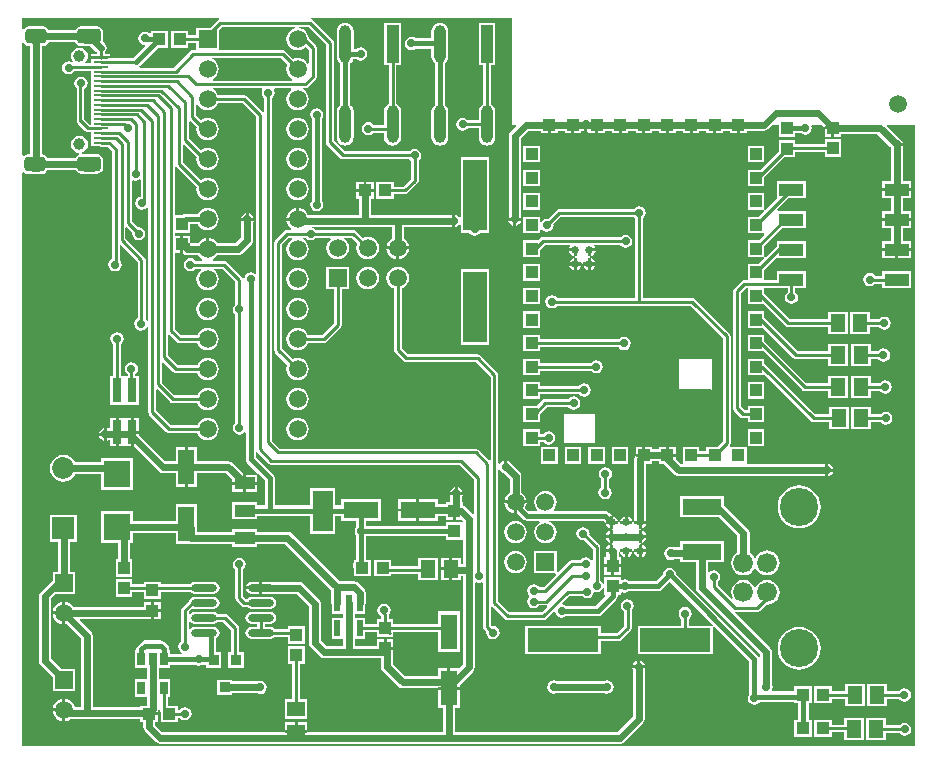
<source format=gtl>
%FSLAX42Y42*%
%MOMM*%
G71*
G01*
G75*
G04 Layer_Physical_Order=1*
G04 Layer_Color=255*
%ADD10R,1.30X1.50*%
%ADD11R,1.00X1.10*%
%ADD12R,1.10X1.00*%
%ADD13O,2.20X0.60*%
%ADD14R,1.50X1.30*%
%ADD15R,1.40X3.00*%
%ADD16R,3.00X1.40*%
%ADD17O,1.00X3.20*%
%ADD18R,1.00X3.20*%
%ADD19R,2.00X1.10*%
%ADD20R,6.00X2.00*%
%ADD21R,2.00X6.00*%
%ADD22R,0.80X2.00*%
%ADD23R,1.75X3.50*%
%ADD24R,1.75X1.10*%
%ADD25R,1.75X1.10*%
%ADD26R,2.30X2.30*%
%ADD27R,0.90X0.95*%
%ADD28R,0.90X0.95*%
%ADD29R,0.65X1.10*%
%ADD30R,0.55X1.45*%
%ADD31R,0.55X1.45*%
%ADD32R,1.00X1.00*%
%ADD33R,3.30X1.40*%
%ADD34C,1.00*%
%ADD35R,1.20X0.23*%
%ADD36C,0.40*%
%ADD37C,0.45*%
%ADD38C,0.25*%
%ADD39C,0.60*%
%ADD40C,0.25*%
%ADD41C,0.30*%
%ADD42C,1.52*%
%ADD43C,3.22*%
%ADD44C,1.68*%
%ADD45C,1.50*%
%ADD46R,1.50X1.50*%
%ADD47R,1.50X1.50*%
%ADD48C,1.85*%
%ADD49R,1.85X1.85*%
G04:AMPARAMS|DCode=50|XSize=1.25mm|YSize=2mm|CornerRadius=0.31mm|HoleSize=0mm|Usage=FLASHONLY|Rotation=270.000|XOffset=0mm|YOffset=0mm|HoleType=Round|Shape=RoundedRectangle|*
%AMROUNDEDRECTD50*
21,1,1.25,1.38,0,0,270.0*
21,1,0.63,2.00,0,0,270.0*
1,1,0.63,-0.69,-0.31*
1,1,0.63,-0.69,0.31*
1,1,0.63,0.69,0.31*
1,1,0.63,0.69,-0.31*
%
%ADD50ROUNDEDRECTD50*%
G04:AMPARAMS|DCode=51|XSize=1.25mm|YSize=1.8mm|CornerRadius=0.31mm|HoleSize=0mm|Usage=FLASHONLY|Rotation=270.000|XOffset=0mm|YOffset=0mm|HoleType=Round|Shape=RoundedRectangle|*
%AMROUNDEDRECTD51*
21,1,1.25,1.18,0,0,270.0*
21,1,0.63,1.80,0,0,270.0*
1,1,0.63,-0.59,-0.31*
1,1,0.63,-0.59,0.31*
1,1,0.63,0.59,0.31*
1,1,0.63,0.59,-0.31*
%
%ADD51ROUNDEDRECTD51*%
%ADD52C,0.70*%
%ADD53C,0.66*%
G36*
X-5701Y2574D02*
X-5698Y2566D01*
X-5698Y2565D01*
X-5698Y2564D01*
X-5701Y2557D01*
X-5748D01*
Y2570D01*
X-5760D01*
Y2577D01*
X-5710D01*
X-5709Y2577D01*
X-5701Y2574D01*
D02*
G37*
G36*
X-6195Y2553D02*
X-6220D01*
Y2565D01*
X-6195D01*
Y2553D01*
D02*
G37*
G36*
X-4279Y3195D02*
X-4282Y3191D01*
X-4286Y3170D01*
X-4282Y3149D01*
X-4270Y3130D01*
X-4263Y3126D01*
Y3008D01*
X-4275Y3005D01*
X-4276Y3006D01*
X-4409Y3139D01*
X-4420Y3146D01*
X-4433Y3149D01*
X-4654D01*
X-4661Y3163D01*
X-4676Y3183D01*
X-4696Y3198D01*
X-4694Y3207D01*
X-4285D01*
X-4279Y3195D01*
D02*
G37*
G36*
X-6293Y3582D02*
X-6276Y3570D01*
X-6256Y3566D01*
X-6248D01*
Y2649D01*
X-6266D01*
X-6286Y2645D01*
X-6300Y2635D01*
X-6312Y2641D01*
Y3588D01*
X-6300Y3591D01*
X-6293Y3582D01*
D02*
G37*
G36*
X-1385Y-1026D02*
Y-1081D01*
X-1381D01*
X-1376Y-1093D01*
X-1458Y-1174D01*
X-1711D01*
X-1724Y-1166D01*
X-1745Y-1161D01*
X-1747Y-1157D01*
X-1679Y-1088D01*
X-1574D01*
X-1570Y-1095D01*
X-1551Y-1107D01*
X-1530Y-1111D01*
X-1509Y-1107D01*
X-1490Y-1095D01*
X-1478Y-1076D01*
X-1476Y-1065D01*
X-1465Y-1058D01*
X-1450Y-1061D01*
X-1429Y-1057D01*
X-1410Y-1045D01*
X-1398Y-1026D01*
X-1398Y-1025D01*
X-1385Y-1026D01*
D02*
G37*
G36*
X-2170Y2900D02*
X-2136D01*
X-2131Y2888D01*
X-2179Y2840D01*
X-2190Y2824D01*
X-2194Y2804D01*
Y2122D01*
X-2195Y2121D01*
X-2197Y2112D01*
X-2090D01*
X-2091Y2121D01*
X-2092Y2122D01*
Y2783D01*
X-2026Y2849D01*
X-1920D01*
Y2830D01*
X-1863D01*
Y2900D01*
X-1837D01*
Y2830D01*
X-1780D01*
Y2849D01*
X-1720D01*
Y2830D01*
X-1663D01*
Y2900D01*
X-1637D01*
Y2830D01*
X-1580D01*
Y2849D01*
X-1556D01*
X-1555Y2849D01*
Y2900D01*
X-1530D01*
Y2849D01*
X-1530Y2849D01*
X-1520Y2841D01*
Y2830D01*
X-1463D01*
Y2900D01*
X-1437D01*
Y2830D01*
X-1380D01*
Y2849D01*
X-1320D01*
Y2830D01*
X-1263D01*
Y2900D01*
X-1237D01*
Y2830D01*
X-1180D01*
Y2849D01*
X-1120D01*
Y2830D01*
X-1063D01*
Y2900D01*
X-1037D01*
Y2830D01*
X-980D01*
Y2849D01*
X-920D01*
Y2830D01*
X-863D01*
Y2900D01*
X-837D01*
Y2830D01*
X-780D01*
Y2849D01*
X-720D01*
Y2830D01*
X-663D01*
Y2900D01*
X-637D01*
Y2830D01*
X-580D01*
Y2849D01*
X-520D01*
Y2830D01*
X-463D01*
Y2900D01*
X-437D01*
Y2830D01*
X-380D01*
Y2849D01*
X-320D01*
Y2830D01*
X-263D01*
Y2900D01*
X-237D01*
Y2830D01*
X-180D01*
Y2849D01*
X-35D01*
X-15Y2853D01*
X1Y2864D01*
X1Y2864D01*
X1Y2864D01*
X37Y2900D01*
X93Y2900D01*
Y2793D01*
X233D01*
Y2827D01*
X281D01*
X294Y2818D01*
X315Y2814D01*
X336Y2818D01*
X355Y2830D01*
X367Y2849D01*
X371Y2870D01*
X367Y2890D01*
X375Y2900D01*
X452Y2900D01*
X480Y2872D01*
Y2887D01*
X550D01*
Y2874D01*
X562D01*
Y2799D01*
X620D01*
Y2823D01*
X927D01*
X1038Y2713D01*
X1038Y2711D01*
X1039Y2710D01*
Y2425D01*
X970D01*
Y2363D01*
X1210D01*
Y2425D01*
X1141D01*
Y2710D01*
X1142Y2711D01*
X1144Y2720D01*
X1090D01*
Y2745D01*
X1144D01*
X1142Y2754D01*
X1130Y2772D01*
X1111Y2784D01*
X1110Y2785D01*
X1006Y2888D01*
X1011Y2900D01*
X1242Y2900D01*
Y-2359D01*
X-6312D01*
Y2489D01*
X-6300Y2495D01*
X-6286Y2485D01*
X-6266Y2481D01*
X-6220D01*
Y2482D01*
X-6195D01*
Y2481D01*
X-6149D01*
X-6129Y2485D01*
X-6112Y2497D01*
X-6100Y2514D01*
X-6100Y2514D01*
X-5861D01*
X-5853Y2502D01*
X-5836Y2490D01*
X-5816Y2486D01*
X-5811D01*
X-5807Y2485D01*
X-5785Y2482D01*
Y2482D01*
X-5785Y2482D01*
X-5710D01*
X-5710Y2482D01*
Y2482D01*
X-5688Y2485D01*
X-5684Y2486D01*
X-5679D01*
X-5659Y2490D01*
X-5642Y2502D01*
X-5630Y2519D01*
X-5626Y2539D01*
Y2557D01*
X-5628D01*
X-5627Y2565D01*
X-5629Y2583D01*
X-5626D01*
Y2601D01*
X-5630Y2621D01*
X-5642Y2638D01*
X-5659Y2650D01*
X-5679Y2654D01*
X-5735D01*
Y2648D01*
X-5760D01*
Y2654D01*
X-5803D01*
X-5805Y2666D01*
X-5792Y2671D01*
X-5778Y2683D01*
X-5766Y2697D01*
X-5759Y2714D01*
X-5757Y2732D01*
X-5759Y2751D01*
X-5766Y2768D01*
X-5778Y2782D01*
X-5792Y2794D01*
X-5809Y2801D01*
X-5828Y2803D01*
X-5846Y2801D01*
X-5863Y2794D01*
X-5877Y2782D01*
X-5889Y2768D01*
X-5896Y2751D01*
X-5898Y2732D01*
X-5896Y2714D01*
X-5889Y2697D01*
X-5877Y2683D01*
X-5863Y2671D01*
X-5846Y2664D01*
X-5834Y2663D01*
X-5834Y2650D01*
X-5836Y2650D01*
X-5853Y2638D01*
X-5865Y2621D01*
X-5866Y2616D01*
X-6100D01*
X-6100Y2616D01*
X-6112Y2633D01*
X-6129Y2645D01*
X-6147Y2648D01*
Y3566D01*
X-6139D01*
X-6119Y3570D01*
X-6102Y3582D01*
X-6090Y3599D01*
X-6090Y3599D01*
X-5865D01*
X-5865Y3599D01*
X-5853Y3582D01*
X-5836Y3570D01*
X-5816Y3566D01*
X-5760D01*
Y3567D01*
X-5735D01*
Y3566D01*
X-5736D01*
X-5684Y3514D01*
X-5681Y3512D01*
Y3499D01*
X-5728D01*
Y3480D01*
X-5568D01*
Y3499D01*
X-5614D01*
Y3512D01*
X-5611Y3514D01*
X-5600Y3530D01*
X-5597Y3550D01*
X-5600Y3570D01*
X-5611Y3586D01*
X-5629Y3604D01*
X-5626Y3619D01*
Y3637D01*
X-5628D01*
X-5627Y3650D01*
X-5628Y3663D01*
X-5626D01*
Y3681D01*
X-5630Y3701D01*
X-5642Y3718D01*
X-5659Y3730D01*
X-5679Y3734D01*
X-5735D01*
Y3733D01*
X-5760D01*
Y3734D01*
X-5816D01*
X-5836Y3730D01*
X-5853Y3718D01*
X-5865Y3701D01*
X-5865Y3701D01*
X-6090D01*
X-6090Y3701D01*
X-6102Y3718D01*
X-6119Y3730D01*
X-6139Y3734D01*
X-6185D01*
Y3733D01*
X-6210D01*
Y3734D01*
X-6256D01*
X-6276Y3730D01*
X-6293Y3718D01*
X-6300Y3709D01*
X-6312Y3712D01*
Y3807D01*
X-4645D01*
X-4644Y3794D01*
X-4647Y3793D01*
X-4658Y3786D01*
X-4726Y3719D01*
X-4838D01*
Y3656D01*
X-4906D01*
Y3693D01*
X-5056D01*
Y3553D01*
X-4906D01*
Y3589D01*
X-4838D01*
Y3531D01*
X-4865D01*
X-4878Y3528D01*
X-4889Y3521D01*
X-5029Y3381D01*
X-5317D01*
X-5321Y3393D01*
X-5315Y3397D01*
X-5159Y3553D01*
X-5076D01*
Y3693D01*
X-5226D01*
Y3678D01*
X-5237Y3672D01*
X-5251Y3682D01*
X-5272Y3686D01*
X-5294Y3682D01*
X-5312Y3670D01*
X-5324Y3651D01*
X-5329Y3630D01*
X-5324Y3609D01*
X-5312Y3590D01*
X-5294Y3578D01*
X-5276Y3575D01*
X-5272Y3562D01*
X-5374Y3461D01*
X-5568D01*
Y3461D01*
X-5648D01*
X-5656Y3459D01*
X-5728D01*
Y3436D01*
Y3421D01*
X-5769D01*
X-5778Y3433D01*
X-5766Y3447D01*
X-5759Y3464D01*
X-5757Y3483D01*
X-5759Y3501D01*
X-5766Y3518D01*
X-5778Y3532D01*
X-5792Y3544D01*
X-5809Y3551D01*
X-5828Y3553D01*
X-5846Y3551D01*
X-5863Y3544D01*
X-5877Y3532D01*
X-5889Y3518D01*
X-5896Y3501D01*
X-5898Y3483D01*
X-5896Y3464D01*
X-5889Y3447D01*
X-5882Y3438D01*
X-5890Y3429D01*
X-5899Y3434D01*
X-5920Y3439D01*
X-5941Y3434D01*
X-5960Y3422D01*
X-5972Y3404D01*
X-5976Y3383D01*
X-5972Y3361D01*
X-5960Y3343D01*
X-5941Y3331D01*
X-5920Y3326D01*
X-5899Y3331D01*
X-5880Y3343D01*
X-5873Y3354D01*
X-5728D01*
Y3316D01*
Y3276D01*
Y3236D01*
Y3196D01*
Y3156D01*
Y3116D01*
Y3076D01*
Y3036D01*
Y2996D01*
Y2956D01*
Y2916D01*
Y2901D01*
X-5741D01*
X-5787Y2946D01*
Y3203D01*
X-5775Y3210D01*
X-5763Y3229D01*
X-5759Y3250D01*
X-5763Y3271D01*
X-5775Y3290D01*
X-5794Y3302D01*
X-5815Y3306D01*
X-5836Y3302D01*
X-5855Y3290D01*
X-5867Y3271D01*
X-5871Y3250D01*
X-5867Y3229D01*
X-5855Y3210D01*
X-5853Y3209D01*
Y2933D01*
X-5851Y2920D01*
X-5844Y2909D01*
X-5842Y2908D01*
X-5841Y2906D01*
X-5779Y2844D01*
X-5768Y2837D01*
X-5755Y2834D01*
X-5728D01*
Y2796D01*
Y2756D01*
Y2716D01*
X-5657D01*
X-5648Y2714D01*
X-5591D01*
X-5556Y2679D01*
Y1762D01*
X-5567Y1755D01*
X-5579Y1736D01*
X-5584Y1715D01*
X-5579Y1694D01*
X-5567Y1675D01*
X-5549Y1663D01*
X-5528Y1659D01*
X-5506Y1663D01*
X-5488Y1675D01*
X-5476Y1694D01*
X-5471Y1715D01*
X-5476Y1736D01*
X-5488Y1755D01*
X-5489Y1756D01*
Y1878D01*
X-5477Y1883D01*
X-5336Y1741D01*
Y1260D01*
X-5347Y1252D01*
X-5359Y1234D01*
X-5364Y1212D01*
X-5359Y1191D01*
X-5347Y1173D01*
X-5329Y1161D01*
X-5308Y1156D01*
X-5286Y1161D01*
X-5268Y1173D01*
X-5258Y1188D01*
X-5246Y1184D01*
Y465D01*
X-5243Y452D01*
X-5236Y441D01*
X-5236Y441D01*
X-5236Y441D01*
X-5093Y298D01*
X-5082Y291D01*
X-5069Y288D01*
X-4833D01*
X-4826Y274D01*
X-4811Y254D01*
X-4791Y239D01*
X-4768Y229D01*
X-4743Y226D01*
X-4719Y229D01*
X-4696Y239D01*
X-4676Y254D01*
X-4661Y274D01*
X-4651Y297D01*
X-4648Y322D01*
X-4651Y346D01*
X-4661Y369D01*
X-4676Y389D01*
X-4696Y404D01*
X-4719Y414D01*
X-4743Y417D01*
X-4768Y414D01*
X-4791Y404D01*
X-4811Y389D01*
X-4826Y369D01*
X-4833Y355D01*
X-5055D01*
X-5179Y479D01*
Y653D01*
X-5167Y658D01*
X-5062Y552D01*
X-5051Y545D01*
X-5038Y542D01*
X-4833D01*
X-4826Y528D01*
X-4811Y508D01*
X-4791Y493D01*
X-4768Y483D01*
X-4743Y480D01*
X-4719Y483D01*
X-4696Y493D01*
X-4676Y508D01*
X-4661Y528D01*
X-4651Y551D01*
X-4648Y576D01*
X-4651Y600D01*
X-4661Y623D01*
X-4676Y643D01*
X-4696Y658D01*
X-4719Y668D01*
X-4743Y671D01*
X-4768Y668D01*
X-4791Y658D01*
X-4811Y643D01*
X-4826Y623D01*
X-4833Y609D01*
X-5024D01*
X-5129Y714D01*
Y885D01*
X-5117Y890D01*
X-5033Y806D01*
X-5022Y799D01*
X-5010Y796D01*
X-4833D01*
X-4826Y782D01*
X-4811Y762D01*
X-4791Y747D01*
X-4768Y737D01*
X-4743Y734D01*
X-4719Y737D01*
X-4696Y747D01*
X-4676Y762D01*
X-4661Y782D01*
X-4651Y805D01*
X-4648Y830D01*
X-4651Y854D01*
X-4661Y877D01*
X-4676Y897D01*
X-4696Y912D01*
X-4719Y922D01*
X-4743Y925D01*
X-4768Y922D01*
X-4791Y912D01*
X-4811Y897D01*
X-4826Y877D01*
X-4833Y863D01*
X-4996D01*
X-5077Y944D01*
Y1115D01*
X-5065Y1120D01*
X-5005Y1060D01*
X-5005Y1060D01*
X-5005Y1060D01*
Y1060D01*
X-5005Y1060D01*
Y1060D01*
X-4994Y1053D01*
X-4981Y1050D01*
X-4833D01*
X-4826Y1036D01*
X-4811Y1016D01*
X-4791Y1001D01*
X-4768Y991D01*
X-4743Y988D01*
X-4719Y991D01*
X-4696Y1001D01*
X-4676Y1016D01*
X-4661Y1036D01*
X-4651Y1059D01*
X-4648Y1084D01*
X-4651Y1108D01*
X-4661Y1131D01*
X-4676Y1151D01*
X-4696Y1166D01*
X-4719Y1176D01*
X-4743Y1179D01*
X-4768Y1176D01*
X-4791Y1166D01*
X-4811Y1151D01*
X-4826Y1131D01*
X-4833Y1117D01*
X-4967D01*
X-5022Y1171D01*
Y1811D01*
X-4975D01*
Y1886D01*
Y1961D01*
X-5022D01*
Y1981D01*
X-4892D01*
Y2056D01*
X-4828D01*
X-4826Y2052D01*
X-4811Y2032D01*
X-4791Y2017D01*
X-4768Y2007D01*
X-4743Y2004D01*
X-4719Y2007D01*
X-4696Y2017D01*
X-4676Y2032D01*
X-4661Y2052D01*
X-4651Y2075D01*
X-4648Y2100D01*
X-4651Y2124D01*
X-4661Y2147D01*
X-4676Y2167D01*
X-4696Y2182D01*
X-4719Y2192D01*
X-4743Y2195D01*
X-4768Y2192D01*
X-4791Y2182D01*
X-4811Y2167D01*
X-4826Y2147D01*
X-4828Y2143D01*
X-4926D01*
X-4943Y2140D01*
X-4956Y2131D01*
X-5022D01*
Y2537D01*
X-5017Y2540D01*
X-5010Y2543D01*
X-4837Y2370D01*
X-4839Y2354D01*
X-4836Y2329D01*
X-4826Y2306D01*
X-4811Y2286D01*
X-4791Y2271D01*
X-4768Y2261D01*
X-4743Y2258D01*
X-4719Y2261D01*
X-4696Y2271D01*
X-4676Y2286D01*
X-4661Y2306D01*
X-4651Y2329D01*
X-4648Y2354D01*
X-4651Y2378D01*
X-4661Y2401D01*
X-4676Y2421D01*
X-4696Y2436D01*
X-4719Y2446D01*
X-4743Y2449D01*
X-4768Y2446D01*
X-4791Y2436D01*
X-4802Y2429D01*
X-4954Y2581D01*
Y2724D01*
X-4942Y2729D01*
X-4837Y2624D01*
X-4839Y2608D01*
X-4836Y2583D01*
X-4826Y2560D01*
X-4811Y2540D01*
X-4791Y2525D01*
X-4768Y2515D01*
X-4743Y2512D01*
X-4719Y2515D01*
X-4696Y2525D01*
X-4676Y2540D01*
X-4661Y2560D01*
X-4651Y2583D01*
X-4648Y2608D01*
X-4651Y2632D01*
X-4661Y2655D01*
X-4676Y2675D01*
X-4696Y2690D01*
X-4719Y2700D01*
X-4743Y2703D01*
X-4768Y2700D01*
X-4791Y2690D01*
X-4802Y2683D01*
X-4902Y2783D01*
Y2926D01*
X-4890Y2931D01*
X-4837Y2878D01*
X-4839Y2862D01*
X-4836Y2837D01*
X-4826Y2814D01*
X-4811Y2794D01*
X-4791Y2779D01*
X-4768Y2769D01*
X-4743Y2766D01*
X-4719Y2769D01*
X-4696Y2779D01*
X-4676Y2794D01*
X-4661Y2814D01*
X-4651Y2837D01*
X-4648Y2862D01*
X-4651Y2886D01*
X-4661Y2909D01*
X-4676Y2929D01*
X-4696Y2944D01*
X-4719Y2954D01*
X-4743Y2957D01*
X-4768Y2954D01*
X-4791Y2944D01*
X-4802Y2937D01*
X-4839Y2974D01*
Y3066D01*
X-4827Y3068D01*
X-4826Y3068D01*
X-4811Y3048D01*
X-4791Y3033D01*
X-4768Y3023D01*
X-4743Y3020D01*
X-4719Y3023D01*
X-4696Y3033D01*
X-4676Y3048D01*
X-4661Y3068D01*
X-4654Y3082D01*
X-4447D01*
X-4333Y2969D01*
Y1643D01*
X-4345Y1637D01*
X-4356Y1644D01*
X-4378Y1649D01*
X-4399Y1644D01*
X-4417Y1632D01*
X-4429Y1614D01*
X-4432Y1603D01*
X-4444Y1600D01*
X-4451Y1611D01*
X-4579Y1739D01*
X-4590Y1746D01*
X-4603Y1748D01*
X-4697D01*
X-4700Y1761D01*
X-4696Y1763D01*
X-4676Y1778D01*
X-4663Y1795D01*
X-4487D01*
X-4467Y1798D01*
X-4451Y1809D01*
X-4451Y1809D01*
X-4451Y1809D01*
X-4371Y1889D01*
X-4360Y1906D01*
X-4359Y1909D01*
X-4356Y1925D01*
Y2077D01*
X-4355Y2078D01*
X-4353Y2087D01*
X-4461D01*
X-4459Y2078D01*
X-4458Y2077D01*
Y1947D01*
X-4508Y1896D01*
X-4663D01*
X-4676Y1913D01*
X-4696Y1928D01*
X-4719Y1938D01*
X-4731Y1940D01*
Y1845D01*
X-4756D01*
Y1940D01*
X-4768Y1938D01*
X-4791Y1928D01*
X-4811Y1913D01*
X-4824Y1896D01*
X-4892D01*
Y1873D01*
X-4950D01*
Y1811D01*
X-4952D01*
X-4951Y1809D01*
X-4934Y1798D01*
X-4915Y1795D01*
X-4824D01*
X-4811Y1778D01*
X-4791Y1763D01*
X-4787Y1761D01*
X-4790Y1748D01*
X-4846D01*
X-4850Y1755D01*
X-4869Y1767D01*
X-4890Y1771D01*
X-4911Y1767D01*
X-4930Y1755D01*
X-4942Y1736D01*
X-4946Y1715D01*
X-4942Y1694D01*
X-4930Y1675D01*
X-4911Y1663D01*
X-4890Y1659D01*
X-4869Y1663D01*
X-4850Y1675D01*
X-4846Y1682D01*
X-4802D01*
X-4798Y1670D01*
X-4811Y1659D01*
X-4826Y1639D01*
X-4836Y1616D01*
X-4839Y1592D01*
X-4836Y1567D01*
X-4826Y1544D01*
X-4811Y1524D01*
X-4791Y1509D01*
X-4768Y1499D01*
X-4743Y1496D01*
X-4719Y1499D01*
X-4696Y1509D01*
X-4676Y1524D01*
X-4661Y1544D01*
X-4651Y1567D01*
X-4648Y1592D01*
X-4651Y1616D01*
X-4661Y1639D01*
X-4676Y1659D01*
X-4696Y1674D01*
X-4694Y1682D01*
X-4616D01*
X-4508Y1574D01*
Y1381D01*
X-4515Y1377D01*
X-4527Y1359D01*
X-4531Y1338D01*
X-4527Y1316D01*
X-4515Y1298D01*
X-4508Y1294D01*
Y376D01*
X-4515Y372D01*
X-4527Y354D01*
X-4531Y332D01*
X-4527Y311D01*
X-4515Y293D01*
X-4496Y281D01*
X-4475Y276D01*
X-4454Y281D01*
X-4435Y293D01*
X-4433Y296D01*
X-4421Y293D01*
Y68D01*
X-4418Y51D01*
X-4418Y51D01*
X-4418Y51D01*
X-4408Y37D01*
X-4321Y-51D01*
X-4321Y-52D01*
D01*
X-4325Y-63D01*
X-4417D01*
Y-125D01*
X-4322D01*
Y-65D01*
X-4312Y-61D01*
D01*
X-4311Y-61D01*
X-4261Y-110D01*
Y-324D01*
X-4322D01*
Y-293D01*
X-4538D01*
Y-443D01*
X-4322D01*
Y-411D01*
X-3878D01*
Y-562D01*
X-3662D01*
Y-411D01*
X-3613D01*
Y-453D01*
X-3486D01*
Y-508D01*
X-3494Y-521D01*
X-3499Y-543D01*
X-3494Y-564D01*
X-3486Y-577D01*
Y-785D01*
X-3507D01*
Y-803D01*
X-3512Y-811D01*
X-3515Y-827D01*
X-3512Y-844D01*
X-3507Y-852D01*
Y-925D01*
X-3357D01*
Y-785D01*
X-3399D01*
Y-587D01*
X-2723D01*
Y-618D01*
X-2583D01*
D01*
X-2583D01*
X-2581Y-620D01*
Y-823D01*
X-2601D01*
Y-766D01*
X-2673D01*
Y-861D01*
Y-956D01*
X-2601D01*
Y-925D01*
X-2583D01*
Y-1674D01*
X-2612Y-1703D01*
X-2687D01*
Y-1860D01*
X-2610D01*
Y-1845D01*
X-2496Y-1731D01*
X-2485Y-1715D01*
X-2485Y-1711D01*
X-2482Y-1695D01*
Y-978D01*
X-2470Y-972D01*
X-2467Y-974D01*
X-2445Y-979D01*
X-2424Y-974D01*
X-2422Y-973D01*
X-2411Y-979D01*
Y-1350D01*
X-2408Y-1363D01*
X-2401Y-1374D01*
X-2401Y-1374D01*
X-2401Y-1374D01*
X-2382Y-1393D01*
X-2384Y-1400D01*
X-2379Y-1421D01*
X-2367Y-1440D01*
X-2349Y-1452D01*
X-2327Y-1456D01*
X-2306Y-1452D01*
X-2288Y-1440D01*
X-2276Y-1421D01*
X-2271Y-1400D01*
X-2276Y-1379D01*
X-2288Y-1360D01*
X-2306Y-1348D01*
X-2327Y-1344D01*
X-2335Y-1345D01*
X-2344Y-1336D01*
Y-1185D01*
X-2332Y-1180D01*
X-2226Y-1286D01*
D01*
X-2226D01*
X-2226Y-1286D01*
X-2226Y-1286D01*
X-2226D01*
D01*
X-2226D01*
X-2226Y-1286D01*
Y-1286D01*
X-2226Y-1286D01*
Y-1286D01*
X-2215Y-1293D01*
X-2202Y-1296D01*
X-1900D01*
X-1887Y-1293D01*
X-1876Y-1286D01*
X-1876Y-1286D01*
X-1876Y-1286D01*
X-1812Y-1221D01*
X-1800Y-1225D01*
X-1797Y-1239D01*
X-1785Y-1257D01*
X-1766Y-1269D01*
X-1745Y-1274D01*
X-1724Y-1269D01*
X-1711Y-1261D01*
X-1440D01*
X-1423Y-1258D01*
X-1409Y-1248D01*
X-1409Y-1248D01*
X-1409Y-1248D01*
X-1285Y-1123D01*
X-1275Y-1109D01*
X-1272Y-1093D01*
X-1272Y-1093D01*
X-1272Y-1093D01*
Y-1093D01*
Y-1081D01*
X-1245D01*
Y-1065D01*
X-1234Y-1059D01*
X-1234Y-1059D01*
X-1212Y-1064D01*
X-1191Y-1059D01*
X-1178Y-1051D01*
X-932D01*
X-916Y-1048D01*
X-902Y-1038D01*
X-902Y-1038D01*
X-902Y-1038D01*
X-832Y-969D01*
X-468Y-1333D01*
X-473Y-1345D01*
X-667D01*
Y-1284D01*
X-660Y-1280D01*
X-648Y-1261D01*
X-644Y-1240D01*
X-648Y-1219D01*
X-660Y-1200D01*
X-679Y-1188D01*
X-700Y-1184D01*
X-721Y-1188D01*
X-740Y-1200D01*
X-752Y-1219D01*
X-756Y-1240D01*
X-752Y-1261D01*
X-740Y-1280D01*
X-733Y-1284D01*
Y-1345D01*
X-1102D01*
Y-1585D01*
X-462D01*
Y-1355D01*
X-451Y-1351D01*
X-163Y-1638D01*
Y-1925D01*
X-163Y-1928D01*
X-167Y-1934D01*
X-171Y-1955D01*
X-167Y-1976D01*
X-155Y-1995D01*
X-136Y-2007D01*
X-115Y-2011D01*
X-94Y-2007D01*
X-75Y-1995D01*
X-69Y-1986D01*
X224D01*
Y-1995D01*
X258D01*
Y-2142D01*
X222D01*
Y-2282D01*
X372D01*
Y-2142D01*
X345D01*
Y-1995D01*
X374D01*
Y-1855D01*
X224D01*
Y-1899D01*
X40D01*
X34Y-1888D01*
X37Y-1884D01*
X41Y-1862D01*
X37Y-1841D01*
X36Y-1840D01*
Y-1565D01*
X32Y-1545D01*
X21Y-1529D01*
X-278Y-1230D01*
X-278Y-1228D01*
X-93D01*
X-80Y-1226D01*
X-69Y-1219D01*
X-69Y-1219D01*
X-69Y-1219D01*
X-14Y-1164D01*
X-6Y-1165D01*
X21Y-1161D01*
X46Y-1151D01*
X68Y-1134D01*
X85Y-1112D01*
X95Y-1087D01*
X99Y-1060D01*
X95Y-1033D01*
X85Y-1008D01*
X68Y-986D01*
X46Y-969D01*
X21Y-959D01*
X-6Y-955D01*
X-33Y-959D01*
X-58Y-969D01*
X-80Y-986D01*
X-97Y-1008D01*
X-100Y-1015D01*
X-112D01*
X-115Y-1008D01*
X-132Y-986D01*
X-154Y-969D01*
X-179Y-959D01*
X-206Y-955D01*
X-233Y-959D01*
X-258Y-969D01*
X-280Y-986D01*
X-297Y-1008D01*
X-307Y-1033D01*
X-311Y-1060D01*
X-307Y-1087D01*
X-298Y-1110D01*
X-308Y-1117D01*
X-425Y-1000D01*
Y-973D01*
X-419Y-969D01*
X-406Y-951D01*
X-402Y-929D01*
X-406Y-908D01*
X-419Y-890D01*
X-437Y-877D01*
X-458Y-873D01*
X-480Y-877D01*
X-498Y-889D01*
X-509Y-884D01*
Y-805D01*
X-375D01*
Y-625D01*
X-745D01*
Y-679D01*
X-797D01*
X-799Y-678D01*
X-820Y-674D01*
X-841Y-678D01*
X-860Y-690D01*
X-872Y-709D01*
X-876Y-730D01*
X-872Y-751D01*
X-860Y-770D01*
X-841Y-782D01*
X-820Y-786D01*
X-799Y-782D01*
X-797Y-781D01*
X-745D01*
Y-805D01*
X-611D01*
Y-1020D01*
X-611Y-1020D01*
X-611D01*
X-607Y-1040D01*
X-596Y-1056D01*
X-66Y-1586D01*
Y-1609D01*
X-79Y-1610D01*
X-80Y-1603D01*
X-89Y-1589D01*
X-778Y-901D01*
X-781Y-886D01*
X-793Y-868D01*
X-811Y-856D01*
X-832Y-851D01*
X-854Y-856D01*
X-872Y-868D01*
X-884Y-886D01*
X-887Y-901D01*
X-950Y-964D01*
X-1178D01*
X-1191Y-956D01*
X-1212Y-951D01*
X-1234Y-956D01*
X-1234Y-956D01*
X-1245Y-950D01*
Y-931D01*
X-1385D01*
Y-984D01*
X-1398Y-985D01*
X-1398Y-984D01*
X-1410Y-965D01*
X-1417Y-961D01*
Y-678D01*
X-1419Y-665D01*
X-1426Y-654D01*
X-1510Y-570D01*
X-1509Y-562D01*
X-1513Y-541D01*
X-1525Y-523D01*
X-1544Y-511D01*
X-1565Y-506D01*
X-1586Y-511D01*
X-1605Y-523D01*
X-1617Y-541D01*
X-1621Y-562D01*
X-1617Y-584D01*
X-1605Y-602D01*
X-1586Y-614D01*
X-1565Y-619D01*
X-1558Y-617D01*
X-1483Y-691D01*
Y-785D01*
X-1495Y-789D01*
X-1503Y-778D01*
X-1521Y-766D01*
X-1543Y-761D01*
X-1564Y-766D01*
X-1582Y-778D01*
X-1586Y-784D01*
X-1655D01*
X-1668Y-787D01*
X-1679Y-794D01*
X-1776Y-891D01*
X-1788Y-886D01*
Y-707D01*
X-1977D01*
Y-897D01*
X-1799D01*
X-1794Y-909D01*
X-1899Y-1014D01*
X-1936D01*
X-1940Y-1008D01*
X-1959Y-996D01*
X-1980Y-991D01*
X-2001Y-996D01*
X-2020Y-1008D01*
X-2032Y-1026D01*
X-2036Y-1048D01*
X-2032Y-1069D01*
X-2020Y-1087D01*
Y-1098D01*
X-2032Y-1116D01*
X-2036Y-1138D01*
X-2032Y-1159D01*
X-2020Y-1177D01*
X-2001Y-1189D01*
X-1980Y-1194D01*
X-1959Y-1189D01*
X-1940Y-1177D01*
X-1936Y-1171D01*
X-1875D01*
X-1872Y-1170D01*
X-1866Y-1181D01*
X-1914Y-1229D01*
X-2189D01*
X-2282Y-1136D01*
Y-24D01*
X-2270Y-20D01*
X-2260Y-35D01*
X-2241Y-47D01*
X-2240Y-47D01*
X-2187Y-100D01*
Y-214D01*
X-2204Y-227D01*
X-2219Y-247D01*
X-2229Y-270D01*
X-2231Y-282D01*
X-2042D01*
X-2044Y-270D01*
X-2054Y-247D01*
X-2069Y-227D01*
X-2086Y-214D01*
Y-79D01*
X-2089Y-59D01*
X-2100Y-42D01*
X-2168Y25D01*
X-2168Y26D01*
X-2180Y45D01*
X-2199Y57D01*
X-2207Y59D01*
Y5D01*
X-2233D01*
Y59D01*
X-2241Y57D01*
X-2260Y45D01*
X-2270Y30D01*
X-2282Y34D01*
Y780D01*
X-2284Y793D01*
X-2291Y804D01*
X-2434Y946D01*
X-2445Y953D01*
X-2458Y956D01*
X-3049D01*
X-3101Y1008D01*
Y1513D01*
X-3087Y1520D01*
X-3067Y1535D01*
X-3052Y1555D01*
X-3042Y1578D01*
X-3039Y1602D01*
X-3042Y1627D01*
X-3052Y1650D01*
X-3067Y1670D01*
X-3087Y1685D01*
X-3110Y1695D01*
X-3134Y1698D01*
X-3159Y1695D01*
X-3182Y1685D01*
X-3202Y1670D01*
X-3217Y1650D01*
X-3227Y1627D01*
X-3230Y1602D01*
X-3227Y1578D01*
X-3217Y1555D01*
X-3202Y1535D01*
X-3182Y1520D01*
X-3168Y1513D01*
Y994D01*
X-3165Y982D01*
X-3158Y971D01*
X-3158Y971D01*
X-3158Y971D01*
X-3086Y899D01*
X-3080Y895D01*
X-3075Y892D01*
X-3062Y889D01*
X-2471D01*
X-2348Y766D01*
Y62D01*
X-2360Y57D01*
X-2451Y149D01*
X-2462Y156D01*
X-2475Y158D01*
X-4131D01*
X-4197Y224D01*
Y3126D01*
X-4190Y3130D01*
X-4178Y3149D01*
X-4174Y3170D01*
X-4178Y3191D01*
X-4181Y3195D01*
X-4175Y3207D01*
X-4039D01*
X-4034Y3195D01*
X-4049Y3183D01*
X-4064Y3163D01*
X-4074Y3140D01*
X-4077Y3116D01*
X-4074Y3091D01*
X-4064Y3068D01*
X-4049Y3048D01*
X-4029Y3033D01*
X-4006Y3023D01*
X-3981Y3020D01*
X-3957Y3023D01*
X-3934Y3033D01*
X-3914Y3048D01*
X-3899Y3068D01*
X-3889Y3091D01*
X-3886Y3116D01*
X-3889Y3140D01*
X-3899Y3163D01*
X-3914Y3183D01*
X-3934Y3198D01*
X-3932Y3207D01*
X-3915D01*
X-3902Y3209D01*
X-3891Y3216D01*
X-3829Y3279D01*
X-3822Y3290D01*
X-3819Y3303D01*
Y3550D01*
X-3822Y3563D01*
X-3829Y3574D01*
X-3887Y3631D01*
X-3889Y3648D01*
X-3899Y3671D01*
X-3914Y3691D01*
X-3934Y3706D01*
X-3957Y3716D01*
X-3981Y3719D01*
Y3720D01*
X-3973Y3729D01*
X-3891D01*
X-3741Y3579D01*
Y2750D01*
X-3738Y2737D01*
X-3731Y2726D01*
X-3731Y2726D01*
X-3731Y2726D01*
X-3621Y2616D01*
X-3621D01*
X-3621Y2616D01*
X-3621D01*
X-3621Y2616D01*
Y2616D01*
X-3621Y2616D01*
Y2616D01*
X-3610Y2609D01*
X-3597Y2607D01*
X-3034D01*
X-3030Y2600D01*
X-3023Y2596D01*
Y2441D01*
X-3089Y2376D01*
X-3166D01*
Y2413D01*
X-3316D01*
Y2273D01*
X-3166D01*
Y2309D01*
X-3075D01*
X-3062Y2312D01*
X-3051Y2319D01*
X-3051Y2319D01*
X-3051Y2319D01*
X-2966Y2404D01*
X-2959Y2415D01*
X-2957Y2427D01*
Y2596D01*
X-2950Y2600D01*
X-2938Y2619D01*
X-2934Y2640D01*
X-2938Y2661D01*
X-2950Y2680D01*
X-2969Y2692D01*
X-2990Y2696D01*
X-3011Y2692D01*
X-3030Y2680D01*
X-3034Y2673D01*
X-3584D01*
X-3674Y2764D01*
Y3592D01*
X-3677Y3605D01*
X-3684Y3616D01*
X-3854Y3786D01*
X-3865Y3793D01*
X-3878Y3796D01*
Y3798D01*
X-3869Y3807D01*
X-2170D01*
Y2900D01*
D02*
G37*
G36*
X-4226Y31D02*
X-4215Y24D01*
X-4203Y22D01*
X-2611D01*
X-2486Y-104D01*
Y-393D01*
X-2498Y-398D01*
X-2558Y-337D01*
X-2575Y-326D01*
X-2583Y-325D01*
Y-298D01*
X-2587D01*
Y-245D01*
X-2586Y-244D01*
X-2584Y-235D01*
X-2691D01*
X-2689Y-244D01*
X-2688Y-245D01*
Y-298D01*
X-2723D01*
Y-312D01*
X-2792D01*
Y-272D01*
X-2950D01*
Y-363D01*
Y-453D01*
X-2792D01*
Y-413D01*
X-2723D01*
Y-448D01*
X-2665D01*
Y-373D01*
X-2640D01*
Y-448D01*
X-2591D01*
X-2583Y-457D01*
X-2588Y-468D01*
X-2723D01*
Y-500D01*
X-3399D01*
Y-453D01*
X-3273D01*
Y-272D01*
X-3613D01*
Y-324D01*
X-3662D01*
Y-173D01*
X-3878D01*
Y-324D01*
X-4174D01*
Y-92D01*
X-4178Y-76D01*
X-4187Y-62D01*
X-4334Y85D01*
Y122D01*
X-4330Y125D01*
X-4322Y128D01*
X-4226Y31D01*
D02*
G37*
G36*
X-6185Y3650D02*
X-6210D01*
Y3662D01*
X-6185D01*
Y3650D01*
D02*
G37*
G36*
X-5701Y3659D02*
X-5698Y3651D01*
X-5698Y3650D01*
X-5698Y3649D01*
X-5701Y3641D01*
X-5709Y3638D01*
X-5710Y3638D01*
X-5760D01*
Y3650D01*
Y3662D01*
X-5710D01*
X-5710Y3662D01*
Y3662D01*
X-5709Y3662D01*
X-5701Y3659D01*
D02*
G37*
G36*
X-5311Y2431D02*
Y2289D01*
X-5321Y2287D01*
X-5340Y2275D01*
X-5352Y2256D01*
X-5356Y2235D01*
X-5352Y2214D01*
X-5340Y2195D01*
X-5321Y2183D01*
X-5300Y2179D01*
X-5279Y2183D01*
X-5260Y2195D01*
X-5258Y2199D01*
X-5246Y2195D01*
Y1241D01*
X-5258Y1237D01*
X-5268Y1252D01*
X-5269Y1253D01*
Y1755D01*
X-5272Y1768D01*
X-5279Y1779D01*
X-5439Y1939D01*
Y2025D01*
X-5427Y2030D01*
X-5382Y1985D01*
X-5384Y1977D01*
X-5379Y1956D01*
X-5367Y1938D01*
X-5349Y1926D01*
X-5328Y1921D01*
X-5306Y1926D01*
X-5288Y1938D01*
X-5276Y1956D01*
X-5271Y1977D01*
X-5276Y1999D01*
X-5288Y2017D01*
X-5306Y2029D01*
X-5328Y2034D01*
X-5335Y2032D01*
X-5387Y2084D01*
Y2426D01*
X-5375Y2432D01*
X-5374Y2431D01*
X-5353Y2426D01*
X-5331Y2431D01*
X-5322Y2437D01*
X-5311Y2431D01*
D02*
G37*
G36*
X-4068Y3409D02*
X-4074Y3394D01*
X-4077Y3370D01*
X-4074Y3345D01*
X-4064Y3322D01*
X-4049Y3302D01*
X-4029Y3287D01*
X-4028Y3286D01*
X-4030Y3273D01*
X-4695D01*
X-4697Y3286D01*
X-4696Y3287D01*
X-4676Y3302D01*
X-4661Y3322D01*
X-4651Y3345D01*
X-4648Y3370D01*
X-4651Y3394D01*
X-4661Y3417D01*
X-4676Y3437D01*
X-4696Y3452D01*
X-4718Y3462D01*
Y3462D01*
X-4718D01*
X-4719Y3462D01*
Y3462D01*
X-4719Y3464D01*
X-4123D01*
X-4068Y3409D01*
D02*
G37*
G36*
X-4003Y3716D02*
X-4006Y3716D01*
X-4029Y3706D01*
X-4049Y3691D01*
X-4064Y3671D01*
X-4074Y3648D01*
X-4077Y3624D01*
X-4074Y3599D01*
X-4064Y3576D01*
X-4049Y3556D01*
X-4029Y3541D01*
X-4006Y3531D01*
X-3981Y3528D01*
X-3957Y3531D01*
X-3934Y3541D01*
X-3914Y3556D01*
X-3906Y3556D01*
X-3886Y3536D01*
Y3419D01*
X-3898Y3417D01*
X-3899Y3417D01*
X-3914Y3437D01*
X-3934Y3452D01*
X-3957Y3462D01*
X-3981Y3465D01*
X-4006Y3462D01*
X-4021Y3456D01*
X-4086Y3521D01*
X-4097Y3528D01*
X-4109Y3531D01*
X-4648D01*
Y3701D01*
X-4621Y3729D01*
X-4004D01*
X-4003Y3716D01*
D02*
G37*
%LPC*%
G36*
X265Y-153D02*
X230Y-157D01*
X195Y-167D01*
X164Y-184D01*
X137Y-207D01*
X114Y-234D01*
X97Y-265D01*
X87Y-300D01*
X83Y-335D01*
X87Y-370D01*
X97Y-405D01*
X114Y-436D01*
X137Y-463D01*
X164Y-486D01*
X195Y-503D01*
X230Y-513D01*
X265Y-517D01*
X300Y-513D01*
X335Y-503D01*
X366Y-486D01*
X393Y-463D01*
X416Y-436D01*
X433Y-405D01*
X443Y-370D01*
X447Y-335D01*
X443Y-300D01*
X433Y-265D01*
X416Y-234D01*
X393Y-207D01*
X366Y-184D01*
X335Y-167D01*
X300Y-157D01*
X265Y-153D01*
D02*
G37*
G36*
X-1213Y-416D02*
X-1221Y-418D01*
X-1238Y-429D01*
X-1250Y-447D01*
X-1252Y-455D01*
X-1213D01*
Y-416D01*
D02*
G37*
G36*
X-1187D02*
Y-455D01*
X-1148D01*
X-1150Y-447D01*
X-1162Y-429D01*
X-1179Y-418D01*
X-1187Y-416D01*
D02*
G37*
G36*
X-2975Y-375D02*
X-3132D01*
Y-453D01*
X-2975D01*
Y-375D01*
D02*
G37*
G36*
X-1134Y-466D02*
X-1146D01*
X-1146Y-468D01*
X-1148Y-480D01*
X-1252D01*
X-1254Y-468D01*
X-1254Y-466D01*
X-1266D01*
X-1266Y-468D01*
X-1268Y-480D01*
X-1307D01*
Y-519D01*
X-1320Y-522D01*
X-1322Y-521D01*
Y-534D01*
X-1320Y-533D01*
X-1307Y-536D01*
Y-588D01*
Y-639D01*
X-1320Y-642D01*
X-1322Y-641D01*
Y-654D01*
X-1320Y-653D01*
X-1307Y-656D01*
Y-708D01*
X-1320D01*
Y-720D01*
X-1372D01*
X-1370Y-728D01*
X-1366Y-734D01*
Y-761D01*
X-1385D01*
Y-823D01*
X-1245D01*
Y-761D01*
X-1264D01*
Y-721D01*
X-1252Y-720D01*
X-1254Y-707D01*
X-1252Y-695D01*
X-1148D01*
X-1146Y-707D01*
X-1146Y-709D01*
X-1134D01*
X-1134Y-707D01*
X-1132Y-695D01*
X-1093D01*
Y-656D01*
X-1080Y-653D01*
X-1078Y-654D01*
Y-641D01*
X-1080Y-642D01*
X-1093Y-639D01*
Y-588D01*
Y-536D01*
X-1080Y-533D01*
X-1078Y-534D01*
Y-521D01*
X-1080Y-522D01*
X-1093Y-519D01*
Y-480D01*
X-1132D01*
X-1134Y-468D01*
X-1134Y-466D01*
D02*
G37*
G36*
X-4833Y-310D02*
X-5012D01*
Y-459D01*
X-5372D01*
Y-375D01*
X-5642D01*
Y-645D01*
X-5503D01*
Y-779D01*
X-5522D01*
Y-929D01*
X-5382D01*
Y-779D01*
X-5401D01*
Y-645D01*
X-5372D01*
Y-561D01*
X-5012D01*
Y-650D01*
X-4833D01*
Y-648D01*
X-4538D01*
Y-672D01*
X-4322D01*
Y-648D01*
X-4089D01*
X-3696Y-1041D01*
Y-1150D01*
X-3692Y-1168D01*
Y-1243D01*
X-3601D01*
Y-1273D01*
X-3692D01*
Y-1458D01*
X-3601D01*
Y-1514D01*
X-3736D01*
X-3784Y-1466D01*
Y-1155D01*
X-3787Y-1139D01*
X-3788Y-1135D01*
X-3799Y-1119D01*
X-3932Y-986D01*
X-3948Y-975D01*
X-3968Y-971D01*
X-4280D01*
Y-1022D01*
Y-1073D01*
X-3989D01*
X-3886Y-1176D01*
Y-1488D01*
X-3882Y-1507D01*
X-3871Y-1524D01*
X-3794Y-1601D01*
X-3794Y-1601D01*
X-3794D01*
X-3794Y-1601D01*
X-3794D01*
X-3794Y-1601D01*
Y-1601D01*
Y-1601D01*
D01*
D01*
X-3794D01*
Y-1601D01*
X-3777Y-1612D01*
X-3758Y-1616D01*
X-3276D01*
Y-1690D01*
X-3276Y-1690D01*
X-3276D01*
X-3272Y-1710D01*
X-3261Y-1726D01*
X-3129Y-1859D01*
X-3129Y-1859D01*
X-3129D01*
X-3129Y-1859D01*
X-3129D01*
X-3129Y-1859D01*
Y-1859D01*
Y-1859D01*
D01*
D01*
X-3129D01*
Y-1859D01*
X-3112Y-1870D01*
X-3092Y-1873D01*
X-2790D01*
Y-1860D01*
X-2713D01*
Y-1703D01*
X-2790D01*
Y-1772D01*
X-3071D01*
X-3174Y-1669D01*
Y-1609D01*
X-3170D01*
Y-1547D01*
X-3240D01*
Y-1534D01*
X-3253D01*
Y-1459D01*
X-3310D01*
Y-1514D01*
X-3499D01*
Y-1458D01*
X-3408D01*
Y-1399D01*
X-3310D01*
Y-1439D01*
X-3170D01*
Y-1408D01*
X-3169Y-1404D01*
X-3170Y-1400D01*
Y-1398D01*
X-2790D01*
Y-1562D01*
X-2610D01*
Y-1222D01*
X-2790D01*
Y-1331D01*
X-3170D01*
Y-1289D01*
X-3208D01*
Y-1248D01*
X-3198Y-1234D01*
X-3194Y-1212D01*
X-3198Y-1191D01*
X-3210Y-1173D01*
X-3229Y-1161D01*
X-3250Y-1156D01*
X-3271Y-1161D01*
X-3290Y-1173D01*
X-3302Y-1191D01*
X-3306Y-1212D01*
X-3302Y-1234D01*
X-3290Y-1252D01*
X-3274Y-1262D01*
Y-1289D01*
X-3310D01*
Y-1332D01*
X-3408D01*
Y-1273D01*
X-3499D01*
Y-1243D01*
X-3408D01*
Y-1168D01*
X-3404Y-1150D01*
Y-1062D01*
X-3408Y-1043D01*
X-3419Y-1026D01*
X-3464Y-981D01*
X-3480Y-970D01*
X-3500Y-967D01*
X-3626D01*
X-4031Y-561D01*
X-4048Y-550D01*
X-4068Y-547D01*
X-4322D01*
Y-522D01*
X-4538D01*
Y-547D01*
X-4833D01*
Y-310D01*
D02*
G37*
G36*
X-1307Y-416D02*
Y-455D01*
X-1268D01*
X-1270Y-447D01*
X-1282Y-429D01*
X-1299Y-418D01*
X-1307Y-416D01*
D02*
G37*
G36*
X-2136Y-453D02*
X-2161Y-456D01*
X-2184Y-466D01*
X-2204Y-481D01*
X-2219Y-501D01*
X-2229Y-524D01*
X-2232Y-548D01*
X-2229Y-573D01*
X-2219Y-596D01*
X-2204Y-616D01*
X-2184Y-631D01*
X-2161Y-641D01*
X-2136Y-644D01*
X-2112Y-641D01*
X-2089Y-631D01*
X-2069Y-616D01*
X-2054Y-596D01*
X-2044Y-573D01*
X-2041Y-548D01*
X-2044Y-524D01*
X-2054Y-501D01*
X-2069Y-481D01*
X-2089Y-466D01*
X-2112Y-456D01*
X-2136Y-453D01*
D02*
G37*
G36*
X-1333Y-600D02*
X-1372D01*
X-1370Y-608D01*
X-1358Y-626D01*
X-1341Y-637D01*
X-1333Y-639D01*
Y-600D01*
D02*
G37*
G36*
X-1067Y-656D02*
Y-695D01*
X-1028D01*
X-1030Y-687D01*
X-1042Y-669D01*
X-1059Y-658D01*
X-1067Y-656D01*
D02*
G37*
G36*
X-1028Y-720D02*
X-1067D01*
Y-759D01*
X-1059Y-757D01*
X-1042Y-746D01*
X-1030Y-728D01*
X-1028Y-720D01*
D02*
G37*
G36*
X-1333Y-656D02*
X-1341Y-658D01*
X-1358Y-669D01*
X-1370Y-687D01*
X-1372Y-695D01*
X-1333D01*
Y-656D01*
D02*
G37*
G36*
Y-480D02*
X-1372D01*
X-1370Y-488D01*
X-1358Y-506D01*
X-1341Y-517D01*
X-1333Y-519D01*
Y-480D01*
D02*
G37*
G36*
X-1028D02*
X-1067D01*
Y-519D01*
X-1059Y-517D01*
X-1042Y-506D01*
X-1030Y-488D01*
X-1028Y-480D01*
D02*
G37*
G36*
X-1067Y-536D02*
Y-575D01*
X-1028D01*
X-1030Y-567D01*
X-1042Y-549D01*
X-1059Y-538D01*
X-1067Y-536D01*
D02*
G37*
G36*
X-1028Y-600D02*
X-1067D01*
Y-639D01*
X-1059Y-637D01*
X-1042Y-626D01*
X-1030Y-608D01*
X-1028Y-600D01*
D02*
G37*
G36*
X-1333Y-536D02*
X-1341Y-538D01*
X-1358Y-549D01*
X-1370Y-567D01*
X-1372Y-575D01*
X-1333D01*
Y-536D01*
D02*
G37*
G36*
X510Y29D02*
Y-12D01*
X551D01*
X549Y-4D01*
X537Y15D01*
X519Y27D01*
X510Y29D01*
D02*
G37*
G36*
X-1780Y170D02*
X-1920D01*
Y30D01*
X-1780D01*
Y170D01*
D02*
G37*
G36*
X-4833Y170D02*
X-4910D01*
Y-0D01*
Y-170D01*
X-4833D01*
Y-51D01*
X-4589D01*
X-4538Y-102D01*
Y-125D01*
X-4443D01*
Y-62D01*
X-4433D01*
X-4531Y36D01*
X-4548Y47D01*
X-4568Y51D01*
X-4833D01*
Y170D01*
D02*
G37*
G36*
X551Y-38D02*
X510D01*
Y-79D01*
X519Y-77D01*
X537Y-65D01*
X549Y-46D01*
X551Y-38D01*
D02*
G37*
G36*
X-1580Y170D02*
X-1720D01*
Y30D01*
X-1580D01*
Y170D01*
D02*
G37*
G36*
X-1063D02*
X-1120D01*
Y113D01*
X-1063D01*
Y170D01*
D02*
G37*
G36*
X-780D02*
X-837D01*
Y113D01*
X-780D01*
Y170D01*
D02*
G37*
G36*
X-1380D02*
X-1520D01*
Y30D01*
X-1380D01*
Y170D01*
D02*
G37*
G36*
X-1180D02*
X-1320D01*
Y30D01*
X-1180D01*
Y170D01*
D02*
G37*
G36*
X-5323Y282D02*
X-5370D01*
Y175D01*
X-5370D01*
X-5159Y-36D01*
X-5159D01*
X-5159Y-36D01*
X-5159D01*
X-5159Y-36D01*
Y-36D01*
X-5159Y-36D01*
Y-36D01*
X-5142Y-47D01*
X-5123Y-51D01*
X-5012D01*
Y-170D01*
X-4935D01*
Y-0D01*
Y170D01*
X-5012D01*
Y51D01*
X-5102D01*
X-5323Y272D01*
Y282D01*
D02*
G37*
G36*
X-2975Y-272D02*
X-3132D01*
Y-350D01*
X-2975D01*
Y-272D01*
D02*
G37*
G36*
X-1375Y-1D02*
X-1396Y-6D01*
X-1415Y-18D01*
X-1427Y-36D01*
X-1431Y-57D01*
X-1427Y-79D01*
X-1415Y-97D01*
X-1411Y-100D01*
Y-171D01*
X-1417Y-175D01*
X-1429Y-194D01*
X-1434Y-215D01*
X-1429Y-236D01*
X-1417Y-255D01*
X-1399Y-267D01*
X-1377Y-271D01*
X-1356Y-267D01*
X-1338Y-255D01*
X-1326Y-236D01*
X-1321Y-215D01*
X-1326Y-194D01*
X-1338Y-175D01*
X-1344Y-171D01*
Y-103D01*
X-1335Y-97D01*
X-1323Y-79D01*
X-1319Y-57D01*
X-1323Y-36D01*
X-1335Y-18D01*
X-1354Y-6D01*
X-1375Y-1D01*
D02*
G37*
G36*
X-2149Y-307D02*
X-2231D01*
X-2229Y-319D01*
X-2219Y-342D01*
X-2204Y-362D01*
X-2184Y-377D01*
X-2161Y-387D01*
X-2149Y-389D01*
Y-307D01*
D02*
G37*
G36*
X-1883Y-199D02*
X-1907Y-202D01*
X-1930Y-212D01*
X-1950Y-227D01*
X-1965Y-247D01*
X-1975Y-270D01*
X-1978Y-294D01*
X-1975Y-319D01*
X-1965Y-342D01*
X-1952Y-360D01*
X-1957Y-372D01*
X-2027D01*
X-2055Y-344D01*
X-2054Y-342D01*
X-2044Y-319D01*
X-2042Y-307D01*
X-2124D01*
Y-389D01*
X-2125Y-389D01*
X-2072Y-441D01*
X-2072Y-441D01*
X-2063Y-447D01*
X-2059Y-450D01*
X-2043Y-453D01*
X-2043Y-453D01*
X-1935D01*
X-1930Y-466D01*
X-1950Y-481D01*
X-1965Y-501D01*
X-1975Y-524D01*
X-1978Y-548D01*
X-1975Y-573D01*
X-1965Y-596D01*
X-1950Y-616D01*
X-1930Y-631D01*
X-1907Y-641D01*
X-1883Y-644D01*
X-1858Y-641D01*
X-1835Y-631D01*
X-1815Y-616D01*
X-1800Y-596D01*
X-1790Y-573D01*
X-1787Y-548D01*
X-1790Y-524D01*
X-1800Y-501D01*
X-1815Y-481D01*
X-1835Y-466D01*
X-1858Y-456D01*
X-1858Y-453D01*
X-1392D01*
X-1373Y-472D01*
X-1374Y-468D01*
X-1372Y-455D01*
X-1333D01*
Y-416D01*
X-1320Y-413D01*
X-1315Y-414D01*
X-1346Y-384D01*
X-1359Y-375D01*
X-1362Y-374D01*
X-1375Y-372D01*
X-1375Y-372D01*
X-1808D01*
X-1813Y-360D01*
X-1800Y-342D01*
X-1790Y-319D01*
X-1787Y-294D01*
X-1790Y-270D01*
X-1800Y-247D01*
X-1815Y-227D01*
X-1835Y-212D01*
X-1858Y-202D01*
X-1883Y-199D01*
D02*
G37*
G36*
X-4443Y-150D02*
X-4538D01*
Y-212D01*
X-4443D01*
Y-150D01*
D02*
G37*
G36*
X-2625Y-169D02*
Y-210D01*
X-2584D01*
X-2586Y-201D01*
X-2598Y-183D01*
X-2616Y-171D01*
X-2625Y-169D01*
D02*
G37*
G36*
X-5965Y102D02*
X-5994Y99D01*
X-6022Y87D01*
X-6045Y69D01*
X-6063Y46D01*
X-6075Y18D01*
X-6078Y-11D01*
X-6075Y-40D01*
X-6063Y-68D01*
X-6045Y-91D01*
X-6022Y-109D01*
X-5994Y-121D01*
X-5965Y-124D01*
X-5936Y-121D01*
X-5908Y-109D01*
X-5885Y-91D01*
X-5867Y-68D01*
X-5864Y-62D01*
X-5642D01*
Y-195D01*
X-5372D01*
Y75D01*
X-5642D01*
Y40D01*
X-5864D01*
X-5867Y46D01*
X-5885Y69D01*
X-5908Y87D01*
X-5936Y99D01*
X-5965Y102D01*
D02*
G37*
G36*
X-4322Y-150D02*
X-4417D01*
Y-212D01*
X-4322D01*
Y-150D01*
D02*
G37*
G36*
X-2650Y-169D02*
X-2659Y-171D01*
X-2677Y-183D01*
X-2689Y-201D01*
X-2691Y-210D01*
X-2650D01*
Y-169D01*
D02*
G37*
G36*
X-1362Y-1806D02*
X-1384Y-1811D01*
X-1385Y-1812D01*
X-1790D01*
X-1791Y-1811D01*
X-1812Y-1806D01*
X-1834Y-1811D01*
X-1852Y-1823D01*
X-1864Y-1841D01*
X-1869Y-1862D01*
X-1864Y-1884D01*
X-1852Y-1902D01*
X-1834Y-1914D01*
X-1812Y-1919D01*
X-1791Y-1914D01*
X-1790Y-1913D01*
X-1385D01*
X-1384Y-1914D01*
X-1362Y-1919D01*
X-1341Y-1914D01*
X-1323Y-1902D01*
X-1311Y-1884D01*
X-1306Y-1862D01*
X-1311Y-1841D01*
X-1323Y-1823D01*
X-1341Y-1811D01*
X-1362Y-1806D01*
D02*
G37*
G36*
X265Y-1353D02*
X230Y-1357D01*
X195Y-1367D01*
X164Y-1384D01*
X137Y-1407D01*
X114Y-1434D01*
X97Y-1465D01*
X87Y-1500D01*
X83Y-1535D01*
X87Y-1570D01*
X97Y-1605D01*
X114Y-1636D01*
X137Y-1663D01*
X164Y-1686D01*
X195Y-1703D01*
X230Y-1713D01*
X265Y-1717D01*
X300Y-1713D01*
X335Y-1703D01*
X366Y-1686D01*
X393Y-1663D01*
X416Y-1636D01*
X433Y-1605D01*
X443Y-1570D01*
X447Y-1535D01*
X443Y-1500D01*
X433Y-1465D01*
X416Y-1434D01*
X393Y-1407D01*
X366Y-1384D01*
X335Y-1367D01*
X300Y-1357D01*
X265Y-1353D01*
D02*
G37*
G36*
X822Y-1834D02*
X652D01*
Y-1895D01*
X544D01*
Y-1855D01*
X394D01*
Y-1995D01*
X544D01*
Y-1962D01*
X652D01*
Y-2024D01*
X822D01*
Y-1834D01*
D02*
G37*
G36*
X-5853Y-407D02*
X-6078D01*
Y-632D01*
X-6011D01*
Y-885D01*
X-6055D01*
Y-953D01*
X-6156Y-1054D01*
X-6167Y-1070D01*
X-6171Y-1090D01*
Y-1640D01*
X-6171Y-1640D01*
X-6171D01*
X-6167Y-1660D01*
X-6156Y-1676D01*
X-6055Y-1777D01*
Y-1895D01*
X-5865D01*
Y-1705D01*
X-5983D01*
X-6069Y-1619D01*
Y-1111D01*
X-6033Y-1075D01*
X-5865D01*
Y-885D01*
X-5909D01*
Y-632D01*
X-5853D01*
Y-407D01*
D02*
G37*
G36*
X-1105Y-1636D02*
X-1114Y-1638D01*
X-1132Y-1650D01*
X-1144Y-1669D01*
X-1146Y-1677D01*
X-1105D01*
Y-1636D01*
D02*
G37*
G36*
X-4212Y-1225D02*
X-4372D01*
X-4392Y-1229D01*
X-4409Y-1240D01*
X-4420Y-1256D01*
X-4423Y-1276D01*
X-4420Y-1296D01*
X-4409Y-1312D01*
X-4392Y-1323D01*
X-4372Y-1327D01*
X-4326D01*
Y-1352D01*
X-4372D01*
X-4392Y-1356D01*
X-4409Y-1367D01*
X-4420Y-1383D01*
X-4423Y-1403D01*
X-4420Y-1423D01*
X-4409Y-1439D01*
X-4392Y-1450D01*
X-4372Y-1454D01*
X-4212D01*
X-4193Y-1450D01*
X-4176Y-1439D01*
X-4175Y-1436D01*
X-4062D01*
Y-1494D01*
X-3922D01*
Y-1344D01*
X-4062D01*
Y-1370D01*
X-4175D01*
X-4176Y-1367D01*
X-4193Y-1356D01*
X-4212Y-1352D01*
X-4259D01*
Y-1327D01*
X-4212D01*
X-4193Y-1323D01*
X-4176Y-1312D01*
X-4165Y-1296D01*
X-4162Y-1276D01*
X-4165Y-1256D01*
X-4176Y-1240D01*
X-4193Y-1229D01*
X-4212Y-1225D01*
D02*
G37*
G36*
X-1190Y-1116D02*
X-1211Y-1121D01*
X-1230Y-1133D01*
X-1242Y-1151D01*
X-1246Y-1173D01*
X-1242Y-1194D01*
X-1230Y-1212D01*
X-1221Y-1218D01*
Y-1349D01*
X-1279Y-1407D01*
X-1412D01*
Y-1345D01*
X-2052D01*
Y-1585D01*
X-1412D01*
Y-1473D01*
X-1265D01*
X-1252Y-1471D01*
X-1241Y-1464D01*
X-1241Y-1464D01*
X-1241Y-1464D01*
X-1164Y-1386D01*
X-1164Y-1386D01*
X-1164Y-1386D01*
X-1157Y-1375D01*
X-1154Y-1362D01*
Y-1215D01*
X-1150Y-1212D01*
X-1138Y-1194D01*
X-1134Y-1173D01*
X-1138Y-1151D01*
X-1150Y-1133D01*
X-1169Y-1121D01*
X-1190Y-1116D01*
D02*
G37*
G36*
X-1080Y-1636D02*
Y-1677D01*
X-1039D01*
X-1041Y-1669D01*
X-1053Y-1650D01*
X-1071Y-1638D01*
X-1080Y-1636D01*
D02*
G37*
G36*
X-3170Y-1459D02*
X-3227D01*
Y-1522D01*
X-3170D01*
Y-1459D01*
D02*
G37*
G36*
X-3899Y-2154D02*
X-3981D01*
Y-2227D01*
X-3899D01*
Y-2154D01*
D02*
G37*
G36*
X814Y-2124D02*
X644D01*
Y-2179D01*
X542D01*
Y-2142D01*
X392D01*
Y-2282D01*
X542D01*
Y-2246D01*
X644D01*
Y-2314D01*
X814D01*
Y-2124D01*
D02*
G37*
G36*
X1004D02*
X834D01*
Y-2314D01*
X1004D01*
Y-2252D01*
X1115D01*
X1119Y-2258D01*
X1137Y-2270D01*
X1159Y-2275D01*
X1180Y-2270D01*
X1198Y-2258D01*
X1210Y-2240D01*
X1215Y-2219D01*
X1210Y-2197D01*
X1198Y-2179D01*
X1180Y-2167D01*
X1159Y-2162D01*
X1137Y-2167D01*
X1119Y-2179D01*
X1115Y-2185D01*
X1004D01*
Y-2124D01*
D02*
G37*
G36*
X-4006Y-2154D02*
X-4089D01*
Y-2227D01*
X-4006D01*
Y-2154D01*
D02*
G37*
G36*
X-5973Y-2067D02*
X-6054D01*
X-6053Y-2079D01*
X-6043Y-2102D01*
X-6028Y-2122D01*
X-6008Y-2137D01*
X-5985Y-2147D01*
X-5973Y-2148D01*
Y-2067D01*
D02*
G37*
G36*
X1012Y-1834D02*
X842D01*
Y-2024D01*
X1012D01*
Y-1962D01*
X1113D01*
X1117Y-1968D01*
X1135Y-1980D01*
X1156Y-1985D01*
X1178Y-1980D01*
X1196Y-1968D01*
X1208Y-1950D01*
X1213Y-1929D01*
X1208Y-1907D01*
X1196Y-1889D01*
X1178Y-1877D01*
X1156Y-1872D01*
X1135Y-1877D01*
X1117Y-1889D01*
X1113Y-1895D01*
X1012D01*
Y-1834D01*
D02*
G37*
G36*
X-4533Y-1798D02*
X-4663D01*
Y-1933D01*
X-4533D01*
Y-1916D01*
X-4320D01*
X-4319Y-1917D01*
X-4298Y-1921D01*
X-4276Y-1917D01*
X-4258Y-1905D01*
X-4246Y-1886D01*
X-4241Y-1865D01*
X-4246Y-1844D01*
X-4258Y-1825D01*
X-4276Y-1813D01*
X-4298Y-1809D01*
X-4319Y-1813D01*
X-4320Y-1814D01*
X-4533D01*
Y-1798D01*
D02*
G37*
G36*
X-3922Y-1514D02*
X-4062D01*
Y-1664D01*
X-4026D01*
Y-1964D01*
X-4089D01*
Y-2134D01*
X-3899D01*
Y-1964D01*
X-3959D01*
Y-1664D01*
X-3922D01*
Y-1514D01*
D02*
G37*
G36*
X-5973Y-1960D02*
X-5985Y-1961D01*
X-6008Y-1971D01*
X-6028Y-1986D01*
X-6043Y-2006D01*
X-6053Y-2029D01*
X-6054Y-2041D01*
X-5973D01*
Y-1960D01*
D02*
G37*
G36*
X-5973Y-1247D02*
X-6054D01*
X-6053Y-1259D01*
X-6043Y-1282D01*
X-6028Y-1302D01*
X-6008Y-1317D01*
X-5985Y-1327D01*
X-5973Y-1328D01*
Y-1247D01*
D02*
G37*
G36*
X-1245Y-848D02*
X-1302D01*
Y-911D01*
X-1245D01*
Y-848D01*
D02*
G37*
G36*
X-2136Y-707D02*
X-2161Y-710D01*
X-2184Y-720D01*
X-2204Y-735D01*
X-2219Y-755D01*
X-2229Y-778D01*
X-2232Y-802D01*
X-2229Y-827D01*
X-2219Y-850D01*
X-2204Y-870D01*
X-2184Y-885D01*
X-2161Y-895D01*
X-2136Y-898D01*
X-2112Y-895D01*
X-2089Y-885D01*
X-2069Y-870D01*
X-2054Y-850D01*
X-2044Y-827D01*
X-2041Y-802D01*
X-2044Y-778D01*
X-2054Y-755D01*
X-2069Y-735D01*
X-2089Y-720D01*
X-2112Y-710D01*
X-2136Y-707D01*
D02*
G37*
G36*
X-375Y-245D02*
X-745D01*
Y-425D01*
X-412D01*
X-257Y-580D01*
Y-719D01*
X-258Y-719D01*
X-280Y-736D01*
X-297Y-758D01*
X-307Y-783D01*
X-311Y-810D01*
X-307Y-837D01*
X-297Y-862D01*
X-280Y-884D01*
X-258Y-901D01*
X-233Y-911D01*
X-206Y-915D01*
X-179Y-911D01*
X-154Y-901D01*
X-132Y-884D01*
X-115Y-862D01*
X-112Y-855D01*
X-100D01*
X-97Y-862D01*
X-80Y-884D01*
X-58Y-901D01*
X-33Y-911D01*
X-6Y-915D01*
X21Y-911D01*
X46Y-901D01*
X68Y-884D01*
X85Y-862D01*
X95Y-837D01*
X99Y-810D01*
X95Y-783D01*
X85Y-758D01*
X68Y-736D01*
X46Y-719D01*
X21Y-709D01*
X-6Y-705D01*
X-33Y-709D01*
X-58Y-719D01*
X-80Y-736D01*
X-97Y-758D01*
X-100Y-765D01*
X-112D01*
X-115Y-758D01*
X-132Y-736D01*
X-154Y-719D01*
X-155Y-719D01*
Y-559D01*
X-159Y-539D01*
X-170Y-523D01*
X-375Y-318D01*
Y-245D01*
D02*
G37*
G36*
X-1328Y-848D02*
X-1385D01*
Y-911D01*
X-1328D01*
Y-848D01*
D02*
G37*
G36*
X-2698Y-766D02*
X-2771D01*
Y-848D01*
X-2698D01*
Y-766D01*
D02*
G37*
G36*
X-1148Y-720D02*
X-1187D01*
Y-759D01*
X-1179Y-757D01*
X-1162Y-746D01*
X-1150Y-728D01*
X-1148Y-720D01*
D02*
G37*
G36*
X-1093D02*
X-1132D01*
X-1130Y-728D01*
X-1118Y-746D01*
X-1101Y-757D01*
X-1093Y-759D01*
Y-720D01*
D02*
G37*
G36*
X-2791Y-766D02*
X-2961D01*
Y-834D01*
X-3187D01*
Y-785D01*
X-3337D01*
Y-925D01*
X-3187D01*
Y-901D01*
X-2961D01*
Y-956D01*
X-2791D01*
Y-766D01*
D02*
G37*
G36*
X-1213Y-720D02*
X-1252D01*
X-1250Y-728D01*
X-1238Y-746D01*
X-1221Y-757D01*
X-1213Y-759D01*
Y-720D01*
D02*
G37*
G36*
X-5973Y-1140D02*
X-5985Y-1141D01*
X-6008Y-1151D01*
X-6028Y-1166D01*
X-6043Y-1186D01*
X-6053Y-1209D01*
X-6054Y-1221D01*
X-5973D01*
Y-1140D01*
D02*
G37*
G36*
X-5142Y-1139D02*
X-5200D01*
Y-1202D01*
X-5142D01*
Y-1139D01*
D02*
G37*
G36*
X-4692Y-1098D02*
X-4853D01*
X-4872Y-1102D01*
X-4889Y-1113D01*
X-4900Y-1129D01*
X-4900Y-1130D01*
X-4961Y-1191D01*
X-4968Y-1202D01*
X-4971Y-1215D01*
Y-1478D01*
X-4975Y-1480D01*
X-4987Y-1499D01*
X-4991Y-1520D01*
X-4987Y-1541D01*
X-4975Y-1560D01*
X-4956Y-1572D01*
X-4959Y-1584D01*
X-5060D01*
Y-1552D01*
X-5069D01*
Y-1540D01*
X-5072Y-1523D01*
X-5082Y-1509D01*
X-5112Y-1479D01*
X-5126Y-1470D01*
X-5142Y-1467D01*
X-5270D01*
X-5287Y-1470D01*
X-5301Y-1479D01*
X-5333Y-1512D01*
X-5343Y-1526D01*
X-5346Y-1543D01*
Y-1552D01*
X-5355D01*
Y-1702D01*
X-5258D01*
Y-1792D01*
X-5355D01*
Y-1942D01*
X-5258D01*
Y-2018D01*
X-5312D01*
Y-2030D01*
X-5717D01*
Y-1427D01*
X-5720Y-1410D01*
X-5720Y-1407D01*
X-5731Y-1390D01*
X-5827Y-1295D01*
X-5822Y-1283D01*
X-5282D01*
Y-1289D01*
X-5225D01*
Y-1214D01*
Y-1139D01*
X-5282D01*
Y-1182D01*
X-5878D01*
X-5878Y-1180D01*
X-5889Y-1163D01*
X-5906Y-1152D01*
X-5913Y-1151D01*
X-5935Y-1141D01*
X-5947Y-1140D01*
Y-1234D01*
Y-1328D01*
X-5939Y-1327D01*
X-5818Y-1448D01*
Y-2030D01*
X-5867D01*
X-5867Y-2029D01*
X-5877Y-2006D01*
X-5892Y-1986D01*
X-5912Y-1971D01*
X-5935Y-1961D01*
X-5947Y-1960D01*
Y-2054D01*
Y-2148D01*
X-5935Y-2147D01*
X-5912Y-2137D01*
X-5906Y-2132D01*
X-5312D01*
Y-2158D01*
X-5288D01*
Y-2201D01*
X-5288Y-2201D01*
X-5288D01*
X-5284Y-2220D01*
X-5273Y-2237D01*
X-5184Y-2326D01*
X-5167Y-2337D01*
X-5147Y-2341D01*
X-1250D01*
X-1230Y-2337D01*
X-1214Y-2326D01*
X-1214Y-2326D01*
X-1214Y-2326D01*
X-1056Y-2169D01*
X-1045Y-2152D01*
X-1042Y-2133D01*
X-1042Y-2133D01*
X-1042Y-2133D01*
Y-2133D01*
Y-1713D01*
X-1041Y-1711D01*
X-1039Y-1703D01*
X-1146D01*
X-1144Y-1711D01*
X-1143Y-1713D01*
Y-2111D01*
X-1271Y-2239D01*
X-2649D01*
Y-2043D01*
X-2610D01*
Y-1885D01*
X-2790D01*
Y-2043D01*
X-2751D01*
Y-2239D01*
X-3899D01*
Y-2252D01*
X-4089D01*
Y-2239D01*
X-5126D01*
X-5186Y-2180D01*
Y-2158D01*
X-5162D01*
Y-2100D01*
X-5237D01*
Y-2075D01*
X-5162D01*
Y-2070D01*
X-5160Y-2068D01*
X-5160Y-2065D01*
X-5159Y-2059D01*
X-5146D01*
X-5143Y-2072D01*
X-5142Y-2075D01*
Y-2158D01*
X-4992D01*
Y-2121D01*
X-4979D01*
X-4975Y-2127D01*
X-4956Y-2139D01*
X-4935Y-2144D01*
X-4914Y-2139D01*
X-4895Y-2127D01*
X-4883Y-2109D01*
X-4879Y-2088D01*
X-4883Y-2066D01*
X-4895Y-2048D01*
X-4914Y-2036D01*
X-4935Y-2031D01*
X-4956Y-2036D01*
X-4975Y-2048D01*
X-4979Y-2054D01*
X-4992D01*
Y-2018D01*
X-5079D01*
Y-1942D01*
X-5060D01*
Y-1792D01*
X-5157D01*
Y-1702D01*
X-5060D01*
Y-1671D01*
X-4852D01*
X-4839Y-1679D01*
X-4817Y-1684D01*
X-4796Y-1679D01*
X-4783Y-1671D01*
X-4758D01*
Y-1698D01*
X-4628D01*
Y-1563D01*
X-4671D01*
Y-1449D01*
X-4656Y-1439D01*
X-4645Y-1423D01*
X-4642Y-1403D01*
X-4645Y-1383D01*
X-4656Y-1367D01*
X-4673Y-1356D01*
X-4692Y-1352D01*
X-4853D01*
X-4872Y-1356D01*
X-4889Y-1367D01*
X-4892Y-1372D01*
X-4904Y-1368D01*
Y-1311D01*
X-4892Y-1307D01*
X-4889Y-1312D01*
X-4872Y-1323D01*
X-4853Y-1327D01*
X-4692D01*
X-4673Y-1323D01*
X-4656Y-1312D01*
X-4655Y-1309D01*
X-4610D01*
X-4543Y-1376D01*
Y-1563D01*
X-4568D01*
Y-1698D01*
X-4438D01*
Y-1563D01*
X-4477D01*
Y-1362D01*
X-4479Y-1350D01*
X-4486Y-1339D01*
X-4573Y-1252D01*
X-4584Y-1245D01*
X-4597Y-1243D01*
X-4655D01*
X-4656Y-1240D01*
X-4673Y-1229D01*
X-4692Y-1225D01*
X-4853D01*
X-4872Y-1229D01*
X-4889Y-1240D01*
X-4892Y-1245D01*
X-4904Y-1241D01*
Y-1229D01*
X-4872Y-1196D01*
X-4853Y-1200D01*
X-4692D01*
X-4673Y-1196D01*
X-4656Y-1185D01*
X-4645Y-1169D01*
X-4642Y-1149D01*
X-4645Y-1129D01*
X-4656Y-1113D01*
X-4673Y-1102D01*
X-4692Y-1098D01*
D02*
G37*
G36*
X-5142Y-1227D02*
X-5200D01*
Y-1289D01*
X-5142D01*
Y-1227D01*
D02*
G37*
G36*
X-4475Y-766D02*
X-4496Y-771D01*
X-4515Y-783D01*
X-4527Y-801D01*
X-4531Y-823D01*
X-4527Y-844D01*
X-4515Y-862D01*
X-4508Y-866D01*
Y-1105D01*
X-4506Y-1118D01*
X-4499Y-1129D01*
X-4499Y-1129D01*
X-4499Y-1129D01*
Y-1129D01*
X-4455Y-1173D01*
D01*
X-4455D01*
X-4455Y-1173D01*
X-4455Y-1173D01*
X-4455D01*
D01*
X-4455D01*
X-4455Y-1173D01*
Y-1173D01*
X-4455Y-1173D01*
Y-1173D01*
X-4444Y-1180D01*
X-4431Y-1182D01*
X-4410D01*
X-4409Y-1185D01*
X-4392Y-1196D01*
X-4372Y-1200D01*
X-4212D01*
X-4193Y-1196D01*
X-4176Y-1185D01*
X-4165Y-1169D01*
X-4162Y-1149D01*
X-4165Y-1129D01*
X-4176Y-1113D01*
X-4193Y-1102D01*
X-4212Y-1098D01*
X-4372D01*
X-4392Y-1102D01*
X-4409Y-1113D01*
X-4409Y-1113D01*
Y-1113D01*
X-4417Y-1116D01*
X-4442Y-1091D01*
Y-866D01*
X-4435Y-862D01*
X-4423Y-844D01*
X-4419Y-823D01*
X-4423Y-801D01*
X-4435Y-783D01*
X-4454Y-771D01*
X-4475Y-766D01*
D02*
G37*
G36*
X-4305Y-971D02*
X-4372D01*
X-4392Y-975D01*
X-4409Y-986D01*
X-4420Y-1002D01*
X-4421Y-1009D01*
X-4305D01*
Y-971D01*
D02*
G37*
G36*
X-2698Y-874D02*
X-2771D01*
Y-956D01*
X-2698D01*
Y-874D01*
D02*
G37*
G36*
X-5382Y-949D02*
X-5522D01*
Y-1099D01*
X-5382D01*
Y-1058D01*
X-5282D01*
Y-1119D01*
X-5142D01*
Y-1055D01*
X-4890D01*
X-4889Y-1058D01*
X-4872Y-1069D01*
X-4853Y-1073D01*
X-4692D01*
X-4673Y-1069D01*
X-4656Y-1058D01*
X-4645Y-1042D01*
X-4642Y-1022D01*
X-4645Y-1002D01*
X-4656Y-986D01*
X-4673Y-975D01*
X-4692Y-971D01*
X-4853D01*
X-4872Y-975D01*
X-4889Y-986D01*
X-4890Y-989D01*
X-5142D01*
Y-969D01*
X-5282D01*
Y-991D01*
X-5382D01*
Y-949D01*
D02*
G37*
G36*
X-4305Y-1035D02*
X-4421D01*
X-4420Y-1042D01*
X-4409Y-1058D01*
X-4392Y-1069D01*
X-4372Y-1073D01*
X-4305D01*
Y-1035D01*
D02*
G37*
G36*
X-2156Y2087D02*
X-2197D01*
X-2195Y2078D01*
X-2183Y2060D01*
X-2165Y2047D01*
X-2156Y2046D01*
Y2087D01*
D02*
G37*
G36*
X-2090D02*
X-2131D01*
Y2046D01*
X-2122Y2047D01*
X-2104Y2060D01*
X-2091Y2078D01*
X-2090Y2087D01*
D02*
G37*
G36*
X-1205Y1969D02*
X-1226Y1964D01*
X-1245Y1952D01*
X-1247Y1948D01*
X-1902D01*
X-1915Y1946D01*
X-1926Y1939D01*
X-1945Y1920D01*
X-2070D01*
Y1780D01*
X-1930D01*
Y1840D01*
X-1889Y1882D01*
X-1679D01*
X-1673Y1870D01*
X-1680Y1861D01*
X-1682Y1853D01*
X-1630D01*
Y1840D01*
X-1617D01*
Y1788D01*
X-1630Y1786D01*
X-1632Y1786D01*
Y1774D01*
X-1630Y1774D01*
X-1617Y1772D01*
Y1733D01*
X-1578D01*
X-1576Y1720D01*
X-1576Y1718D01*
X-1564D01*
X-1564Y1720D01*
X-1562Y1733D01*
X-1523D01*
Y1772D01*
X-1510Y1774D01*
X-1508Y1774D01*
Y1786D01*
X-1510Y1786D01*
X-1523Y1788D01*
Y1840D01*
X-1510D01*
Y1853D01*
X-1458D01*
X-1460Y1861D01*
X-1472Y1878D01*
X-1471Y1882D01*
X-1251D01*
X-1245Y1873D01*
X-1226Y1861D01*
X-1205Y1856D01*
X-1184Y1861D01*
X-1165Y1873D01*
X-1153Y1891D01*
X-1149Y1912D01*
X-1153Y1934D01*
X-1165Y1952D01*
X-1184Y1964D01*
X-1205Y1969D01*
D02*
G37*
G36*
X-4892Y1961D02*
X-4950D01*
Y1898D01*
X-4892D01*
Y1961D01*
D02*
G37*
G36*
X-1088Y2209D02*
X-1109Y2205D01*
X-1127Y2192D01*
X-1131Y2186D01*
X-1765D01*
X-1778Y2184D01*
X-1788Y2176D01*
X-1863Y2102D01*
X-1870Y2104D01*
X-1891Y2099D01*
X-1910Y2087D01*
X-1918Y2075D01*
X-1930Y2079D01*
Y2120D01*
X-2070D01*
Y1980D01*
X-1930D01*
Y2016D01*
X-1918Y2020D01*
X-1910Y2008D01*
X-1891Y1996D01*
X-1870Y1991D01*
X-1849Y1996D01*
X-1830Y2008D01*
X-1818Y2026D01*
X-1814Y2048D01*
X-1815Y2055D01*
X-1751Y2119D01*
X-1131D01*
X-1127Y2113D01*
X-1121Y2109D01*
Y1433D01*
X-1784D01*
X-1788Y1440D01*
X-1806Y1452D01*
X-1827Y1456D01*
X-1849Y1452D01*
X-1867Y1440D01*
X-1879Y1421D01*
X-1884Y1400D01*
X-1879Y1379D01*
X-1867Y1360D01*
X-1849Y1348D01*
X-1827Y1344D01*
X-1806Y1348D01*
X-1788Y1360D01*
X-1784Y1367D01*
X-654D01*
X-381Y1094D01*
Y216D01*
X-427Y170D01*
X-520D01*
Y133D01*
X-580D01*
Y170D01*
X-720D01*
Y32D01*
X-720Y32D01*
X-720D01*
X-720Y30D01*
X-722Y28D01*
X-732Y24D01*
X-780Y72D01*
Y87D01*
X-850D01*
Y100D01*
X-863D01*
Y170D01*
X-920D01*
Y151D01*
X-980D01*
Y170D01*
X-1037D01*
Y100D01*
X-1050D01*
Y87D01*
X-1120D01*
Y100D01*
X-1127Y90D01*
X-1131Y70D01*
Y-452D01*
X-1132Y-455D01*
X-1028D01*
X-1029Y-452D01*
Y30D01*
X-980D01*
Y49D01*
X-920D01*
Y30D01*
X-882D01*
X-789Y-64D01*
X-789D01*
X-789Y-64D01*
X-789Y-64D01*
Y-64D01*
X-772Y-75D01*
X-753Y-78D01*
X484D01*
X485Y-79D01*
Y-25D01*
Y29D01*
X476Y27D01*
X471Y23D01*
X-180D01*
Y23D01*
Y30D01*
X-180Y32D01*
X-180Y32D01*
X-180D01*
Y170D01*
X-316D01*
X-322Y181D01*
X-317Y190D01*
X-314Y203D01*
X-314Y203D01*
X-314Y203D01*
Y203D01*
Y1107D01*
X-317Y1120D01*
X-324Y1131D01*
X-616Y1424D01*
X-627Y1431D01*
X-640Y1433D01*
X-1054D01*
Y2109D01*
X-1048Y2113D01*
X-1036Y2131D01*
X-1031Y2153D01*
X-1036Y2174D01*
X-1048Y2192D01*
X-1066Y2205D01*
X-1088Y2209D01*
D02*
G37*
G36*
X-4394Y2153D02*
Y2112D01*
X-4353D01*
X-4355Y2121D01*
X-4367Y2139D01*
X-4386Y2151D01*
X-4394Y2153D01*
D02*
G37*
G36*
X-3994Y2194D02*
X-4006Y2192D01*
X-4029Y2182D01*
X-4049Y2167D01*
X-4064Y2147D01*
X-4074Y2124D01*
X-4076Y2112D01*
X-3994D01*
Y2194D01*
D02*
G37*
G36*
X1210Y2338D02*
X970D01*
Y2275D01*
X1039D01*
Y2171D01*
X970D01*
Y2109D01*
X1210D01*
Y2171D01*
X1141D01*
Y2275D01*
X1210D01*
Y2338D01*
D02*
G37*
G36*
X-4420Y2153D02*
X-4428Y2151D01*
X-4447Y2139D01*
X-4459Y2121D01*
X-4461Y2112D01*
X-4420D01*
Y2153D01*
D02*
G37*
G36*
X-3147Y1844D02*
X-3229D01*
X-3227Y1832D01*
X-3217Y1809D01*
X-3202Y1789D01*
X-3182Y1774D01*
X-3159Y1764D01*
X-3147Y1762D01*
Y1844D01*
D02*
G37*
G36*
X-3040D02*
X-3122D01*
Y1762D01*
X-3110Y1764D01*
X-3087Y1774D01*
X-3067Y1789D01*
X-3052Y1809D01*
X-3042Y1832D01*
X-3040Y1844D01*
D02*
G37*
G36*
X-1643Y1772D02*
X-1651Y1770D01*
X-1668Y1758D01*
X-1680Y1741D01*
X-1682Y1733D01*
X-1643D01*
Y1772D01*
D02*
G37*
G36*
X-1497D02*
Y1733D01*
X-1458D01*
X-1460Y1741D01*
X-1472Y1758D01*
X-1489Y1770D01*
X-1497Y1772D01*
D02*
G37*
G36*
X1077Y1830D02*
X970D01*
Y1767D01*
X1077D01*
Y1830D01*
D02*
G37*
G36*
X-1458Y1827D02*
X-1497D01*
Y1788D01*
X-1489Y1790D01*
X-1472Y1802D01*
X-1460Y1819D01*
X-1458Y1827D01*
D02*
G37*
G36*
X1210Y2084D02*
X970D01*
Y2022D01*
X1039D01*
Y1917D01*
X970D01*
Y1855D01*
X1210D01*
Y1917D01*
X1141D01*
Y2022D01*
X1210D01*
Y2084D01*
D02*
G37*
G36*
Y1830D02*
X1103D01*
Y1767D01*
X1210D01*
Y1830D01*
D02*
G37*
G36*
X-1643Y1827D02*
X-1682D01*
X-1680Y1819D01*
X-1668Y1802D01*
X-1651Y1790D01*
X-1643Y1788D01*
Y1827D01*
D02*
G37*
G36*
X-2360Y2625D02*
X-2600D01*
Y2116D01*
X-2612Y2112D01*
X-2620Y2125D01*
X-2639Y2137D01*
X-2647Y2139D01*
Y2085D01*
Y2031D01*
X-2639Y2033D01*
X-2620Y2045D01*
X-2612Y2058D01*
X-2600Y2054D01*
Y1985D01*
X-2527D01*
X-2522Y1978D01*
X-2504Y1966D01*
X-2483Y1961D01*
X-2461Y1966D01*
X-2443Y1978D01*
X-2438Y1985D01*
X-2360D01*
Y2625D01*
D02*
G37*
G36*
X620Y2779D02*
X480D01*
Y2738D01*
X233D01*
Y2773D01*
X93D01*
Y2675D01*
X-63Y2520D01*
X-170D01*
Y2380D01*
X-30D01*
Y2458D01*
X135Y2623D01*
X233D01*
Y2671D01*
X480D01*
Y2629D01*
X620D01*
Y2779D01*
D02*
G37*
G36*
X-3981Y2957D02*
X-4006Y2954D01*
X-4029Y2944D01*
X-4049Y2929D01*
X-4064Y2909D01*
X-4074Y2886D01*
X-4077Y2862D01*
X-4074Y2837D01*
X-4064Y2814D01*
X-4049Y2794D01*
X-4029Y2779D01*
X-4006Y2769D01*
X-3981Y2766D01*
X-3957Y2769D01*
X-3934Y2779D01*
X-3914Y2794D01*
X-3899Y2814D01*
X-3889Y2837D01*
X-3886Y2862D01*
X-3889Y2886D01*
X-3899Y2909D01*
X-3914Y2929D01*
X-3934Y2944D01*
X-3957Y2954D01*
X-3981Y2957D01*
D02*
G37*
G36*
X-1930Y2720D02*
X-2070D01*
Y2580D01*
X-1930D01*
Y2720D01*
D02*
G37*
G36*
X-30D02*
X-170D01*
Y2580D01*
X-30D01*
Y2720D01*
D02*
G37*
G36*
X537Y2862D02*
X480D01*
Y2799D01*
X537D01*
Y2862D01*
D02*
G37*
G36*
X-3577Y3763D02*
X-3596Y3761D01*
X-3613Y3754D01*
X-3627Y3742D01*
X-3639Y3728D01*
X-3646Y3711D01*
X-3648Y3692D01*
Y3472D01*
X-3646Y3454D01*
X-3639Y3437D01*
X-3627Y3423D01*
X-3621Y3418D01*
Y3067D01*
X-3627Y3062D01*
X-3639Y3048D01*
X-3646Y3031D01*
X-3648Y3012D01*
Y2792D01*
X-3646Y2774D01*
X-3639Y2757D01*
X-3627Y2743D01*
X-3613Y2731D01*
X-3596Y2724D01*
X-3577Y2722D01*
X-3559Y2724D01*
X-3542Y2731D01*
X-3528Y2743D01*
X-3516Y2757D01*
X-3509Y2774D01*
X-3507Y2792D01*
Y3012D01*
X-3509Y3031D01*
X-3516Y3048D01*
X-3528Y3062D01*
X-3534Y3067D01*
Y3418D01*
X-3528Y3423D01*
X-3516Y3437D01*
X-3509Y3454D01*
X-3509Y3458D01*
X-3485D01*
X-3469Y3447D01*
X-3447Y3442D01*
X-3426Y3447D01*
X-3408Y3459D01*
X-3396Y3477D01*
X-3391Y3499D01*
X-3396Y3520D01*
X-3408Y3538D01*
X-3426Y3550D01*
X-3447Y3555D01*
X-3469Y3550D01*
X-3485Y3539D01*
X-3507D01*
Y3692D01*
X-3509Y3711D01*
X-3516Y3728D01*
X-3528Y3742D01*
X-3542Y3754D01*
X-3559Y3761D01*
X-3577Y3763D01*
D02*
G37*
G36*
X-2777Y3763D02*
X-2796Y3761D01*
X-2813Y3754D01*
X-2827Y3742D01*
X-2839Y3728D01*
X-2846Y3711D01*
X-2848Y3692D01*
Y3631D01*
X-2983D01*
X-2996Y3639D01*
X-3017Y3644D01*
X-3039Y3639D01*
X-3057Y3627D01*
X-3069Y3609D01*
X-3074Y3588D01*
X-3069Y3566D01*
X-3057Y3548D01*
X-3039Y3536D01*
X-3017Y3531D01*
X-2996Y3536D01*
X-2983Y3544D01*
X-2848D01*
Y3472D01*
X-2846Y3454D01*
X-2839Y3437D01*
X-2827Y3423D01*
X-2821Y3418D01*
Y3067D01*
X-2827Y3062D01*
X-2839Y3048D01*
X-2846Y3031D01*
X-2848Y3012D01*
Y2792D01*
X-2846Y2774D01*
X-2839Y2757D01*
X-2827Y2743D01*
X-2813Y2731D01*
X-2796Y2724D01*
X-2777Y2722D01*
X-2759Y2724D01*
X-2742Y2731D01*
X-2728Y2743D01*
X-2716Y2757D01*
X-2709Y2774D01*
X-2707Y2792D01*
Y3012D01*
X-2709Y3031D01*
X-2716Y3048D01*
X-2728Y3062D01*
X-2734Y3067D01*
Y3418D01*
X-2728Y3423D01*
X-2716Y3437D01*
X-2709Y3454D01*
X-2707Y3472D01*
Y3692D01*
X-2709Y3711D01*
X-2716Y3728D01*
X-2728Y3742D01*
X-2742Y3754D01*
X-2759Y3761D01*
X-2777Y3763D01*
D02*
G37*
G36*
X-3107Y3762D02*
X-3247D01*
Y3403D01*
X-3211D01*
Y3074D01*
X-3213Y3074D01*
X-3227Y3062D01*
X-3239Y3048D01*
X-3246Y3031D01*
X-3248Y3012D01*
Y2898D01*
X-3337D01*
X-3343Y2907D01*
X-3361Y2919D01*
X-3383Y2924D01*
X-3404Y2919D01*
X-3422Y2907D01*
X-3434Y2889D01*
X-3439Y2867D01*
X-3434Y2846D01*
X-3422Y2828D01*
X-3404Y2816D01*
X-3383Y2811D01*
X-3361Y2816D01*
X-3343Y2828D01*
X-3340Y2832D01*
X-3248D01*
Y2792D01*
X-3246Y2774D01*
X-3239Y2757D01*
X-3227Y2743D01*
X-3213Y2731D01*
X-3196Y2724D01*
X-3177Y2722D01*
X-3159Y2724D01*
X-3142Y2731D01*
X-3128Y2743D01*
X-3116Y2757D01*
X-3109Y2774D01*
X-3107Y2792D01*
Y3012D01*
X-3109Y3031D01*
X-3116Y3048D01*
X-3128Y3062D01*
X-3142Y3074D01*
X-3144Y3074D01*
Y3403D01*
X-3107D01*
Y3762D01*
D02*
G37*
G36*
X-2308Y3762D02*
X-2448D01*
Y3403D01*
X-2411D01*
Y3074D01*
X-2413Y3074D01*
X-2427Y3062D01*
X-2439Y3048D01*
X-2446Y3031D01*
X-2448Y3012D01*
Y2936D01*
X-2539D01*
X-2543Y2942D01*
X-2561Y2954D01*
X-2583Y2959D01*
X-2604Y2954D01*
X-2622Y2942D01*
X-2634Y2924D01*
X-2639Y2902D01*
X-2634Y2881D01*
X-2622Y2863D01*
X-2604Y2851D01*
X-2583Y2846D01*
X-2561Y2851D01*
X-2543Y2863D01*
X-2539Y2869D01*
X-2448D01*
Y2792D01*
X-2446Y2774D01*
X-2439Y2757D01*
X-2427Y2743D01*
X-2413Y2731D01*
X-2396Y2724D01*
X-2377Y2722D01*
X-2359Y2724D01*
X-2342Y2731D01*
X-2328Y2743D01*
X-2316Y2757D01*
X-2309Y2774D01*
X-2307Y2792D01*
Y3012D01*
X-2309Y3031D01*
X-2316Y3048D01*
X-2328Y3062D01*
X-2342Y3074D01*
X-2344Y3074D01*
Y3403D01*
X-2308D01*
Y3762D01*
D02*
G37*
G36*
X320Y2425D02*
X80D01*
Y2277D01*
X-18Y2179D01*
X-21Y2180D01*
X-21D01*
X-30Y2184D01*
Y2320D01*
X-170D01*
Y2180D01*
X-34D01*
X-30Y2171D01*
Y2171D01*
X-29Y2168D01*
X-77Y2120D01*
X-170D01*
Y1980D01*
X-34D01*
X-30Y1971D01*
X-30D01*
X-29Y1968D01*
X-77Y1920D01*
X-170D01*
Y1780D01*
X-34D01*
X-30Y1771D01*
X-30D01*
X-29Y1768D01*
X-77Y1720D01*
X-170D01*
Y1586D01*
X-198D01*
X-210Y1583D01*
X-221Y1576D01*
X-286Y1511D01*
X-293Y1500D01*
X-296Y1488D01*
Y503D01*
X-293Y490D01*
X-286Y479D01*
X-234Y426D01*
X-223Y419D01*
X-210Y417D01*
X-170D01*
Y380D01*
X-30D01*
Y520D01*
X-170D01*
Y483D01*
X-196D01*
X-229Y516D01*
Y1474D01*
X-184Y1519D01*
X-170D01*
Y1380D01*
X-35D01*
X150Y1195D01*
X161Y1188D01*
X161Y1188D01*
X161Y1188D01*
D01*
X161Y1188D01*
X161Y1188D01*
X174Y1186D01*
X509D01*
Y1124D01*
X679D01*
Y1314D01*
X509D01*
Y1252D01*
X187D01*
X-30Y1470D01*
Y1519D01*
X80D01*
Y1514D01*
X167D01*
Y1481D01*
X160Y1477D01*
X148Y1459D01*
X144Y1438D01*
X148Y1416D01*
X160Y1398D01*
X179Y1386D01*
X200Y1381D01*
X221Y1386D01*
X240Y1398D01*
X252Y1416D01*
X256Y1438D01*
X252Y1459D01*
X240Y1477D01*
X233Y1481D01*
Y1514D01*
X320D01*
Y1663D01*
X80D01*
Y1586D01*
X-30D01*
Y1673D01*
X69Y1772D01*
X80Y1767D01*
Y1767D01*
X80Y1767D01*
X320D01*
Y1917D01*
X80D01*
Y1877D01*
X79Y1876D01*
X-18Y1779D01*
X-21Y1780D01*
Y1780D01*
X-30Y1784D01*
Y1873D01*
X119Y2022D01*
X320D01*
Y2171D01*
X85D01*
X83Y2178D01*
Y2178D01*
X80Y2183D01*
X173Y2275D01*
X320D01*
Y2425D01*
D02*
G37*
G36*
X-1930Y2320D02*
X-2070D01*
Y2180D01*
X-1930D01*
Y2320D01*
D02*
G37*
G36*
X-3336Y2330D02*
X-3486D01*
Y2273D01*
X-3462D01*
Y2149D01*
X-3463Y2140D01*
Y2136D01*
X-3894D01*
X-3899Y2147D01*
X-3914Y2167D01*
X-3934Y2182D01*
X-3957Y2192D01*
X-3969Y2194D01*
Y2099D01*
X-3981D01*
Y2087D01*
X-4076D01*
X-4074Y2075D01*
X-4064Y2052D01*
X-4049Y2032D01*
X-4037Y2022D01*
X-4041Y2010D01*
X-4071D01*
X-4083Y2008D01*
X-4094Y2000D01*
X-4169Y1926D01*
X-4176Y1915D01*
X-4178Y1902D01*
Y993D01*
X-4176Y980D01*
X-4169Y969D01*
X-4169Y969D01*
X-4169Y969D01*
X-4068Y869D01*
X-4074Y854D01*
X-4077Y830D01*
X-4074Y805D01*
X-4064Y782D01*
X-4049Y762D01*
X-4029Y747D01*
X-4006Y737D01*
X-3981Y734D01*
X-3957Y737D01*
X-3934Y747D01*
X-3914Y762D01*
X-3899Y782D01*
X-3889Y805D01*
X-3886Y830D01*
X-3889Y854D01*
X-3899Y877D01*
X-3914Y897D01*
X-3934Y912D01*
X-3957Y922D01*
X-3981Y925D01*
X-4006Y922D01*
X-4021Y916D01*
X-4112Y1007D01*
Y1889D01*
X-4057Y1943D01*
X-4026D01*
X-4023Y1931D01*
X-4029Y1928D01*
X-4049Y1913D01*
X-4064Y1893D01*
X-4074Y1870D01*
X-4077Y1846D01*
X-4074Y1821D01*
X-4064Y1798D01*
X-4049Y1778D01*
X-4029Y1763D01*
X-4006Y1753D01*
X-3981Y1750D01*
X-3957Y1753D01*
X-3934Y1763D01*
X-3914Y1778D01*
X-3899Y1798D01*
X-3889Y1821D01*
X-3886Y1846D01*
X-3889Y1870D01*
X-3899Y1893D01*
X-3914Y1913D01*
X-3934Y1928D01*
X-3940Y1931D01*
X-3937Y1943D01*
X-3914D01*
X-3910Y1937D01*
X-3891Y1925D01*
X-3870Y1921D01*
X-3849Y1925D01*
X-3830Y1937D01*
X-3826Y1943D01*
X-3705D01*
X-3701Y1931D01*
X-3710Y1924D01*
X-3725Y1904D01*
X-3735Y1881D01*
X-3738Y1857D01*
X-3735Y1832D01*
X-3725Y1809D01*
X-3710Y1789D01*
X-3690Y1774D01*
X-3667Y1764D01*
X-3642Y1761D01*
X-3618Y1764D01*
X-3595Y1774D01*
X-3575Y1789D01*
X-3560Y1809D01*
X-3550Y1832D01*
X-3547Y1857D01*
X-3550Y1881D01*
X-3560Y1904D01*
X-3575Y1924D01*
X-3595Y1939D01*
X-3594Y1943D01*
X-3523D01*
X-3475Y1896D01*
X-3481Y1881D01*
X-3484Y1857D01*
X-3481Y1832D01*
X-3471Y1809D01*
X-3456Y1789D01*
X-3436Y1774D01*
X-3413Y1764D01*
X-3388Y1761D01*
X-3364Y1764D01*
X-3341Y1774D01*
X-3321Y1789D01*
X-3306Y1809D01*
X-3296Y1832D01*
X-3293Y1857D01*
X-3296Y1881D01*
X-3306Y1904D01*
X-3321Y1924D01*
X-3341Y1939D01*
X-3364Y1949D01*
X-3388Y1952D01*
X-3413Y1949D01*
X-3428Y1943D01*
X-3485Y2000D01*
X-3496Y2008D01*
X-3509Y2010D01*
X-3826D01*
X-3830Y2016D01*
X-3849Y2029D01*
X-3869Y2033D01*
Y2033D01*
X-3869Y2033D01*
X-3870Y2033D01*
Y2034D01*
X-3870Y2034D01*
X-3185D01*
Y1937D01*
X-3202Y1924D01*
X-3217Y1904D01*
X-3227Y1881D01*
X-3229Y1869D01*
X-3040D01*
X-3042Y1881D01*
X-3052Y1904D01*
X-3067Y1924D01*
X-3084Y1937D01*
Y2034D01*
X-2683D01*
X-2681Y2033D01*
X-2673Y2031D01*
Y2085D01*
Y2139D01*
X-2681Y2137D01*
X-2683Y2136D01*
X-3355D01*
X-3360Y2142D01*
Y2273D01*
X-3336D01*
Y2330D01*
D02*
G37*
G36*
X-3820Y3039D02*
X-3841Y3034D01*
X-3860Y3022D01*
X-3872Y3004D01*
X-3876Y2983D01*
X-3872Y2961D01*
X-3863Y2948D01*
Y2257D01*
X-3872Y2244D01*
X-3876Y2223D01*
X-3872Y2201D01*
X-3860Y2183D01*
X-3841Y2171D01*
X-3820Y2166D01*
X-3799Y2171D01*
X-3780Y2183D01*
X-3768Y2201D01*
X-3764Y2223D01*
X-3768Y2244D01*
X-3777Y2257D01*
Y2948D01*
X-3768Y2961D01*
X-3764Y2983D01*
X-3768Y3004D01*
X-3780Y3022D01*
X-3799Y3034D01*
X-3820Y3039D01*
D02*
G37*
G36*
X-3981Y2449D02*
X-4006Y2446D01*
X-4029Y2436D01*
X-4049Y2421D01*
X-4064Y2401D01*
X-4074Y2378D01*
X-4077Y2354D01*
X-4074Y2329D01*
X-4064Y2306D01*
X-4049Y2286D01*
X-4029Y2271D01*
X-4006Y2261D01*
X-3981Y2258D01*
X-3957Y2261D01*
X-3934Y2271D01*
X-3914Y2286D01*
X-3899Y2306D01*
X-3889Y2329D01*
X-3886Y2354D01*
X-3889Y2378D01*
X-3899Y2401D01*
X-3914Y2421D01*
X-3934Y2436D01*
X-3957Y2446D01*
X-3981Y2449D01*
D02*
G37*
G36*
X-1930Y2520D02*
X-2070D01*
Y2380D01*
X-1930D01*
Y2520D01*
D02*
G37*
G36*
X-3981Y2703D02*
X-4006Y2700D01*
X-4029Y2690D01*
X-4049Y2675D01*
X-4064Y2655D01*
X-4074Y2632D01*
X-4077Y2608D01*
X-4074Y2583D01*
X-4064Y2560D01*
X-4049Y2540D01*
X-4029Y2525D01*
X-4006Y2515D01*
X-3981Y2512D01*
X-3957Y2515D01*
X-3934Y2525D01*
X-3914Y2540D01*
X-3899Y2560D01*
X-3889Y2583D01*
X-3886Y2608D01*
X-3889Y2632D01*
X-3899Y2655D01*
X-3914Y2675D01*
X-3934Y2690D01*
X-3957Y2700D01*
X-3981Y2703D01*
D02*
G37*
G36*
X-3423Y2413D02*
X-3486D01*
Y2355D01*
X-3423D01*
Y2413D01*
D02*
G37*
G36*
X-3336D02*
X-3398D01*
Y2355D01*
X-3336D01*
Y2413D01*
D02*
G37*
G36*
X-1458Y1707D02*
X-1497D01*
Y1668D01*
X-1489Y1670D01*
X-1472Y1682D01*
X-1460Y1699D01*
X-1458Y1707D01*
D02*
G37*
G36*
X-3981Y671D02*
X-4006Y668D01*
X-4029Y658D01*
X-4049Y643D01*
X-4064Y623D01*
X-4074Y600D01*
X-4077Y576D01*
X-4074Y551D01*
X-4064Y528D01*
X-4049Y508D01*
X-4029Y493D01*
X-4006Y483D01*
X-3981Y480D01*
X-3957Y483D01*
X-3934Y493D01*
X-3914Y508D01*
X-3899Y528D01*
X-3889Y551D01*
X-3886Y576D01*
X-3889Y600D01*
X-3899Y623D01*
X-3914Y643D01*
X-3934Y658D01*
X-3957Y668D01*
X-3981Y671D01*
D02*
G37*
G36*
X-1645Y599D02*
X-1666Y594D01*
X-1685Y582D01*
X-1689Y576D01*
X-1885D01*
X-1898Y573D01*
X-1909Y566D01*
X-1955Y520D01*
X-2070D01*
Y380D01*
X-1930D01*
Y450D01*
X-1871Y509D01*
X-1689D01*
X-1685Y503D01*
X-1666Y491D01*
X-1645Y486D01*
X-1624Y491D01*
X-1605Y503D01*
X-1593Y521D01*
X-1589Y543D01*
X-1593Y564D01*
X-1605Y582D01*
X-1624Y594D01*
X-1645Y599D01*
D02*
G37*
G36*
X-5523Y415D02*
X-5570D01*
Y328D01*
X-5587D01*
X-5589Y329D01*
X-5597Y331D01*
Y277D01*
Y224D01*
X-5589Y226D01*
X-5587Y227D01*
X-5570D01*
Y175D01*
X-5523D01*
Y295D01*
Y415D01*
D02*
G37*
G36*
X877Y509D02*
X707D01*
Y319D01*
X877D01*
Y381D01*
X955D01*
X959Y374D01*
X977Y362D01*
X999Y358D01*
X1020Y362D01*
X1039Y374D01*
X1051Y392D01*
X1055Y414D01*
X1051Y435D01*
X1039Y454D01*
X1020Y466D01*
X999Y470D01*
X977Y466D01*
X959Y454D01*
X955Y447D01*
X877D01*
Y509D01*
D02*
G37*
G36*
X-5510Y1144D02*
X-5531Y1139D01*
X-5550Y1127D01*
X-5562Y1109D01*
X-5566Y1088D01*
X-5562Y1066D01*
X-5550Y1048D01*
X-5543Y1044D01*
Y770D01*
X-5570D01*
Y530D01*
X-5450D01*
Y530D01*
X-5443D01*
X-5441Y530D01*
X-5441Y530D01*
Y530D01*
X-5323D01*
Y770D01*
X-5354D01*
Y789D01*
X-5348Y793D01*
X-5336Y811D01*
X-5331Y832D01*
X-5336Y854D01*
X-5348Y872D01*
X-5366Y884D01*
X-5388Y889D01*
X-5409Y884D01*
X-5427Y872D01*
X-5439Y854D01*
X-5444Y832D01*
X-5439Y811D01*
X-5427Y793D01*
X-5421Y789D01*
Y770D01*
X-5441D01*
X-5441Y770D01*
Y770D01*
X-5443Y770D01*
X-5446D01*
X-5450D01*
X-5452Y770D01*
X-5452Y770D01*
Y770D01*
X-5477D01*
Y1044D01*
X-5470Y1048D01*
X-5458Y1066D01*
X-5454Y1088D01*
X-5458Y1109D01*
X-5470Y1127D01*
X-5489Y1139D01*
X-5510Y1144D01*
D02*
G37*
G36*
X-1930Y720D02*
X-2070D01*
Y580D01*
X-1930D01*
Y617D01*
X-1597D01*
X-1595Y613D01*
X-1576Y601D01*
X-1555Y596D01*
X-1534Y601D01*
X-1515Y613D01*
X-1503Y631D01*
X-1499Y653D01*
X-1503Y674D01*
X-1515Y692D01*
X-1534Y704D01*
X-1555Y709D01*
X-1576Y704D01*
X-1595Y692D01*
X-1601Y683D01*
X-1930D01*
Y720D01*
D02*
G37*
G36*
X872Y774D02*
X702D01*
Y584D01*
X872D01*
Y646D01*
X950D01*
X954Y639D01*
X972Y627D01*
X994Y623D01*
X1015Y627D01*
X1034Y639D01*
X1046Y657D01*
X1050Y679D01*
X1046Y700D01*
X1034Y719D01*
X1015Y731D01*
X994Y735D01*
X972Y731D01*
X954Y719D01*
X950Y712D01*
X872D01*
Y774D01*
D02*
G37*
G36*
X-30Y720D02*
X-170D01*
Y580D01*
X-30D01*
Y720D01*
D02*
G37*
G36*
Y1120D02*
X-170D01*
Y980D01*
X-35D01*
X290Y655D01*
X290D01*
X290Y655D01*
X290Y655D01*
Y655D01*
X301Y648D01*
X314Y646D01*
X512D01*
Y584D01*
X682D01*
Y774D01*
X512D01*
Y712D01*
X327D01*
X-30Y1070D01*
Y1120D01*
D02*
G37*
G36*
X-1930Y320D02*
X-2070D01*
Y180D01*
X-1930D01*
Y214D01*
X-1899D01*
X-1895Y208D01*
X-1876Y196D01*
X-1855Y191D01*
X-1834Y196D01*
X-1815Y208D01*
X-1803Y226D01*
X-1799Y247D01*
X-1803Y269D01*
X-1815Y287D01*
X-1834Y299D01*
X-1855Y304D01*
X-1876Y299D01*
X-1895Y287D01*
X-1899Y281D01*
X-1930D01*
Y320D01*
D02*
G37*
G36*
X-1462Y453D02*
X-1723D01*
Y208D01*
X-1462Y208D01*
Y453D01*
D02*
G37*
G36*
X-5450Y415D02*
Y415D01*
X-5497D01*
Y295D01*
Y175D01*
X-5450D01*
Y175D01*
X-5450D01*
X-5450Y175D01*
X-5443D01*
Y175D01*
X-5396D01*
Y295D01*
Y415D01*
X-5443D01*
D01*
D01*
X-5443Y415D01*
X-5450D01*
D02*
G37*
G36*
X-30Y320D02*
X-170D01*
Y180D01*
X-30D01*
Y320D01*
D02*
G37*
G36*
X-5623Y265D02*
X-5664D01*
X-5662Y256D01*
X-5650Y238D01*
X-5631Y226D01*
X-5623Y224D01*
Y265D01*
D02*
G37*
G36*
X-5323Y415D02*
X-5370D01*
Y308D01*
X-5323D01*
Y415D01*
D02*
G37*
G36*
X-30Y920D02*
X-170D01*
Y780D01*
X-30D01*
X-30Y780D01*
Y780D01*
X-26Y782D01*
X365Y390D01*
X376Y383D01*
X389Y381D01*
X517D01*
Y319D01*
X687D01*
Y509D01*
X517D01*
Y447D01*
X402D01*
X-24Y874D01*
X-30Y878D01*
Y920D01*
D02*
G37*
G36*
X-3981Y417D02*
X-4006Y414D01*
X-4029Y404D01*
X-4049Y389D01*
X-4064Y369D01*
X-4074Y346D01*
X-4077Y322D01*
X-4074Y297D01*
X-4064Y274D01*
X-4049Y254D01*
X-4029Y239D01*
X-4006Y229D01*
X-3981Y226D01*
X-3957Y229D01*
X-3934Y239D01*
X-3914Y254D01*
X-3899Y274D01*
X-3889Y297D01*
X-3886Y322D01*
X-3889Y346D01*
X-3899Y369D01*
X-3914Y389D01*
X-3934Y404D01*
X-3957Y414D01*
X-3981Y417D01*
D02*
G37*
G36*
X-5623Y331D02*
X-5631Y329D01*
X-5650Y317D01*
X-5662Y299D01*
X-5664Y290D01*
X-5623D01*
Y331D01*
D02*
G37*
G36*
X-472Y920D02*
X-750D01*
Y662D01*
X-478D01*
X-472Y657D01*
Y920D01*
D02*
G37*
G36*
X-3981Y1687D02*
X-4006Y1684D01*
X-4029Y1674D01*
X-4049Y1659D01*
X-4064Y1639D01*
X-4074Y1616D01*
X-4077Y1592D01*
X-4074Y1567D01*
X-4064Y1544D01*
X-4049Y1524D01*
X-4029Y1509D01*
X-4006Y1499D01*
X-3981Y1496D01*
X-3957Y1499D01*
X-3934Y1509D01*
X-3914Y1524D01*
X-3899Y1544D01*
X-3889Y1567D01*
X-3886Y1592D01*
X-3889Y1616D01*
X-3899Y1639D01*
X-3914Y1659D01*
X-3934Y1674D01*
X-3957Y1684D01*
X-3981Y1687D01*
D02*
G37*
G36*
X-3388Y1698D02*
X-3413Y1695D01*
X-3436Y1685D01*
X-3456Y1670D01*
X-3471Y1650D01*
X-3481Y1627D01*
X-3484Y1602D01*
X-3481Y1578D01*
X-3471Y1555D01*
X-3456Y1535D01*
X-3436Y1520D01*
X-3413Y1510D01*
X-3388Y1507D01*
X-3364Y1510D01*
X-3341Y1520D01*
X-3321Y1535D01*
X-3306Y1555D01*
X-3296Y1578D01*
X-3293Y1602D01*
X-3296Y1627D01*
X-3306Y1650D01*
X-3321Y1670D01*
X-3341Y1685D01*
X-3364Y1695D01*
X-3388Y1698D01*
D02*
G37*
G36*
X-3981Y1433D02*
X-4006Y1430D01*
X-4029Y1420D01*
X-4049Y1405D01*
X-4064Y1385D01*
X-4074Y1362D01*
X-4077Y1338D01*
X-4074Y1313D01*
X-4064Y1290D01*
X-4049Y1270D01*
X-4029Y1255D01*
X-4006Y1245D01*
X-3981Y1242D01*
X-3957Y1245D01*
X-3934Y1255D01*
X-3914Y1270D01*
X-3899Y1290D01*
X-3889Y1313D01*
X-3886Y1338D01*
X-3889Y1362D01*
X-3899Y1385D01*
X-3914Y1405D01*
X-3934Y1420D01*
X-3957Y1430D01*
X-3981Y1433D01*
D02*
G37*
G36*
X-1930Y1520D02*
X-2070D01*
Y1380D01*
X-1930D01*
Y1520D01*
D02*
G37*
G36*
Y1720D02*
X-2070D01*
Y1580D01*
X-1930D01*
Y1720D01*
D02*
G37*
G36*
X-1578Y1707D02*
X-1617D01*
Y1668D01*
X-1609Y1670D01*
X-1592Y1682D01*
X-1580Y1699D01*
X-1578Y1707D01*
D02*
G37*
G36*
X-1523D02*
X-1562D01*
X-1560Y1699D01*
X-1548Y1682D01*
X-1531Y1670D01*
X-1523Y1668D01*
Y1707D01*
D02*
G37*
G36*
X1210Y1663D02*
X970D01*
Y1622D01*
X908D01*
X904Y1628D01*
X885Y1640D01*
X864Y1645D01*
X843Y1640D01*
X824Y1628D01*
X812Y1610D01*
X808Y1588D01*
X812Y1567D01*
X824Y1549D01*
X843Y1537D01*
X864Y1532D01*
X885Y1537D01*
X904Y1549D01*
X908Y1555D01*
X970D01*
Y1514D01*
X1210D01*
Y1663D01*
D02*
G37*
G36*
X-1643Y1707D02*
X-1682D01*
X-1680Y1699D01*
X-1668Y1682D01*
X-1651Y1670D01*
X-1643Y1668D01*
Y1707D01*
D02*
G37*
G36*
X872Y1044D02*
X702D01*
Y854D01*
X872D01*
Y916D01*
X935D01*
X939Y909D01*
X957Y897D01*
X979Y893D01*
X1000Y897D01*
X1019Y909D01*
X1031Y927D01*
X1035Y949D01*
X1031Y970D01*
X1019Y989D01*
X1000Y1001D01*
X979Y1005D01*
X957Y1001D01*
X939Y989D01*
X935Y982D01*
X872D01*
Y1044D01*
D02*
G37*
G36*
X-1930Y1120D02*
X-2070D01*
Y980D01*
X-1930D01*
Y1014D01*
X-1261D01*
X-1257Y1008D01*
X-1239Y996D01*
X-1218Y991D01*
X-1196Y996D01*
X-1178Y1008D01*
X-1166Y1026D01*
X-1161Y1048D01*
X-1166Y1069D01*
X-1178Y1087D01*
X-1196Y1099D01*
X-1218Y1104D01*
X-1239Y1099D01*
X-1257Y1087D01*
X-1261Y1081D01*
X-1930D01*
Y1120D01*
D02*
G37*
G36*
Y920D02*
X-2070D01*
Y780D01*
X-1930D01*
Y817D01*
X-1496D01*
X-1492Y810D01*
X-1474Y798D01*
X-1452Y794D01*
X-1431Y798D01*
X-1413Y810D01*
X-1401Y829D01*
X-1396Y850D01*
X-1401Y871D01*
X-1413Y890D01*
X-1431Y902D01*
X-1452Y906D01*
X-1474Y902D01*
X-1492Y890D01*
X-1496Y883D01*
X-1930D01*
Y920D01*
D02*
G37*
G36*
X-30Y1320D02*
X-170D01*
Y1180D01*
X-37D01*
X217Y925D01*
X217D01*
X217Y925D01*
X217D01*
X217Y925D01*
Y925D01*
X217Y925D01*
Y925D01*
X228Y918D01*
X241Y916D01*
X512D01*
Y854D01*
X682D01*
Y1044D01*
X512D01*
Y982D01*
X255D01*
X-30Y1267D01*
Y1320D01*
D02*
G37*
G36*
X-2360Y1675D02*
X-2600D01*
Y1035D01*
X-2360D01*
Y1675D01*
D02*
G37*
G36*
X-3547Y1698D02*
X-3738D01*
Y1507D01*
X-3676D01*
Y1216D01*
X-3775Y1117D01*
X-3892D01*
X-3899Y1131D01*
X-3914Y1151D01*
X-3934Y1166D01*
X-3957Y1176D01*
X-3981Y1179D01*
X-4006Y1176D01*
X-4029Y1166D01*
X-4049Y1151D01*
X-4064Y1131D01*
X-4074Y1108D01*
X-4077Y1084D01*
X-4074Y1059D01*
X-4064Y1036D01*
X-4049Y1016D01*
X-4029Y1001D01*
X-4006Y991D01*
X-3981Y988D01*
X-3957Y991D01*
X-3934Y1001D01*
X-3914Y1016D01*
X-3899Y1036D01*
X-3892Y1050D01*
X-3761D01*
X-3749Y1053D01*
X-3738Y1060D01*
X-3738Y1060D01*
X-3738Y1060D01*
X-3619Y1179D01*
X-3612Y1190D01*
X-3612Y1190D01*
X-3612Y1190D01*
X-3609Y1202D01*
Y1507D01*
X-3547D01*
Y1698D01*
D02*
G37*
G36*
X-4743Y1433D02*
X-4768Y1430D01*
X-4791Y1420D01*
X-4811Y1405D01*
X-4826Y1385D01*
X-4836Y1362D01*
X-4839Y1338D01*
X-4836Y1313D01*
X-4826Y1290D01*
X-4811Y1270D01*
X-4791Y1255D01*
X-4768Y1245D01*
X-4743Y1242D01*
X-4719Y1245D01*
X-4696Y1255D01*
X-4676Y1270D01*
X-4661Y1290D01*
X-4651Y1313D01*
X-4648Y1338D01*
X-4651Y1362D01*
X-4661Y1385D01*
X-4676Y1405D01*
X-4696Y1420D01*
X-4719Y1430D01*
X-4743Y1433D01*
D02*
G37*
G36*
X869Y1314D02*
X699D01*
Y1124D01*
X869D01*
Y1186D01*
X943D01*
X947Y1179D01*
X965Y1167D01*
X986Y1163D01*
X1008Y1167D01*
X1026Y1179D01*
X1038Y1198D01*
X1043Y1219D01*
X1038Y1240D01*
X1026Y1259D01*
X1008Y1271D01*
X986Y1275D01*
X965Y1271D01*
X947Y1259D01*
X943Y1252D01*
X869D01*
Y1314D01*
D02*
G37*
G36*
X-1930Y1320D02*
X-2070D01*
Y1180D01*
X-1930D01*
Y1320D01*
D02*
G37*
%LPD*%
D10*
X594Y1219D02*
D03*
X784D02*
D03*
X597Y949D02*
D03*
X787D02*
D03*
X597Y679D02*
D03*
X787D02*
D03*
X602Y414D02*
D03*
X792D02*
D03*
X919Y-2219D02*
D03*
X729D02*
D03*
X927Y-1929D02*
D03*
X737D02*
D03*
X-2686Y-861D02*
D03*
X-2876D02*
D03*
D11*
X-4962Y2056D02*
D03*
Y1886D02*
D03*
X550Y2704D02*
D03*
Y2874D02*
D03*
X163Y2868D02*
D03*
Y2698D02*
D03*
X-1315Y-1006D02*
D03*
Y-836D02*
D03*
X-2653Y-543D02*
D03*
Y-373D02*
D03*
X-5452Y-854D02*
D03*
Y-1024D02*
D03*
X-5212Y-1044D02*
D03*
Y-1214D02*
D03*
X-3992Y-1419D02*
D03*
Y-1589D02*
D03*
X-3240Y-1364D02*
D03*
Y-1534D02*
D03*
D12*
X299Y-1925D02*
D03*
X469D02*
D03*
X297Y-2212D02*
D03*
X467D02*
D03*
X-5151Y3623D02*
D03*
X-4981D02*
D03*
X-3411Y2343D02*
D03*
X-3241D02*
D03*
X-3262Y-855D02*
D03*
X-3432D02*
D03*
X-5067Y-2088D02*
D03*
X-5237D02*
D03*
D13*
X-4292Y-1403D02*
D03*
Y-1276D02*
D03*
Y-1149D02*
D03*
Y-1022D02*
D03*
X-4772Y-1403D02*
D03*
Y-1276D02*
D03*
Y-1149D02*
D03*
Y-1022D02*
D03*
D14*
X-3994Y-2239D02*
D03*
Y-2049D02*
D03*
D15*
X-4922Y-480D02*
D03*
Y0D02*
D03*
X-2700Y-1392D02*
D03*
Y-1873D02*
D03*
D16*
X-3443Y-362D02*
D03*
X-2962D02*
D03*
D17*
X-2777Y2902D02*
D03*
X-2377D02*
D03*
X-2777Y3583D02*
D03*
X-3577Y2902D02*
D03*
X-3177D02*
D03*
X-3577Y3583D02*
D03*
D18*
X-2377Y3583D02*
D03*
X-3177Y3583D02*
D03*
D19*
X1090Y1588D02*
D03*
X200D02*
D03*
Y2350D02*
D03*
Y2096D02*
D03*
Y1842D02*
D03*
X1090D02*
D03*
Y2096D02*
D03*
Y2350D02*
D03*
D20*
X-782Y-1465D02*
D03*
X-1733D02*
D03*
D21*
X-2480Y2305D02*
D03*
Y1355D02*
D03*
D22*
X-5383Y295D02*
D03*
X-5510D02*
D03*
X-5383Y650D02*
D03*
X-5510D02*
D03*
D23*
X-3770Y-367D02*
D03*
D24*
X-4430Y-597D02*
D03*
Y-367D02*
D03*
D25*
Y-138D02*
D03*
D26*
X-5508Y-60D02*
D03*
Y-510D02*
D03*
D27*
X-4598Y-1865D02*
D03*
X-4503Y-1630D02*
D03*
D28*
X-4693D02*
D03*
D29*
X-5112Y-1867D02*
D03*
X-5303D02*
D03*
Y-1627D02*
D03*
X-5208D02*
D03*
X-5112D02*
D03*
D30*
X-3455Y-1150D02*
D03*
D31*
X-3550Y-1150D02*
D03*
X-3645D02*
D03*
Y-1365D02*
D03*
X-3455D02*
D03*
D32*
X-1850Y2900D02*
D03*
X-1650D02*
D03*
X-1450D02*
D03*
X-1250D02*
D03*
X-1050D02*
D03*
X-850D02*
D03*
X-650D02*
D03*
X-450D02*
D03*
X-250D02*
D03*
X-100Y2650D02*
D03*
Y2450D02*
D03*
Y2250D02*
D03*
Y2050D02*
D03*
Y1850D02*
D03*
Y1650D02*
D03*
Y1450D02*
D03*
Y1250D02*
D03*
Y1050D02*
D03*
Y850D02*
D03*
Y650D02*
D03*
Y450D02*
D03*
Y250D02*
D03*
X-250Y100D02*
D03*
X-450D02*
D03*
X-650D02*
D03*
X-850D02*
D03*
X-1050D02*
D03*
X-1250D02*
D03*
X-1450D02*
D03*
X-1650D02*
D03*
X-1850D02*
D03*
X-2000Y250D02*
D03*
Y450D02*
D03*
Y650D02*
D03*
Y850D02*
D03*
Y1050D02*
D03*
Y1250D02*
D03*
Y1450D02*
D03*
Y1650D02*
D03*
Y1850D02*
D03*
Y2050D02*
D03*
Y2250D02*
D03*
Y2450D02*
D03*
Y2650D02*
D03*
D33*
X-560Y-335D02*
D03*
Y-715D02*
D03*
D34*
X-5828Y2732D02*
D03*
Y3483D02*
D03*
D35*
X-5648Y2747D02*
D03*
Y2788D02*
D03*
Y2828D02*
D03*
Y2868D02*
D03*
Y2908D02*
D03*
Y2948D02*
D03*
Y2988D02*
D03*
Y3028D02*
D03*
Y3068D02*
D03*
Y3108D02*
D03*
Y3148D02*
D03*
Y3188D02*
D03*
Y3228D02*
D03*
Y3267D02*
D03*
Y3308D02*
D03*
Y3347D02*
D03*
Y3388D02*
D03*
Y3428D02*
D03*
Y3467D02*
D03*
D36*
X-3564Y3499D02*
X-3447D01*
X-3577Y3512D02*
X-3564Y3499D01*
X-2136Y-319D02*
X-2043Y-412D01*
X-1375D01*
X-1320Y-468D01*
D37*
X-3577Y2902D02*
Y3512D01*
X-2783Y3588D02*
X-2777Y3583D01*
X-3017Y3588D02*
X-2783D01*
X-2777Y2902D02*
Y3583D01*
X163Y2868D02*
X164Y2870D01*
X315D01*
X-1315Y-1006D02*
X-1214D01*
X-1212Y-1007D01*
X294Y-2215D02*
X297Y-2212D01*
X-4926Y2100D02*
X-4743D01*
X-4962Y2063D02*
X-4926Y2100D01*
X-5346Y3428D02*
X-5151Y3623D01*
X-3820Y2223D02*
Y2975D01*
X-5303Y-1627D02*
Y-1543D01*
X-5270Y-1510D01*
X-5142D01*
X-5112Y-1540D01*
Y-1627D02*
Y-1540D01*
X-4772Y-1403D02*
X-4715D01*
X-3448Y-367D02*
X-3443Y-362D01*
X-3770Y-367D02*
X-3448D01*
X-3443Y-543D02*
Y-362D01*
Y-543D02*
X-3442Y-543D01*
X-4715Y-1593D02*
X-4678Y-1630D01*
X-4715Y-1593D02*
Y-1403D01*
X-5112Y-1627D02*
X-4817D01*
X-3472Y-827D02*
X-3432Y-868D01*
X-1212Y-1007D02*
X-932D01*
X-832Y-907D01*
X-1315Y-1093D02*
Y-1006D01*
X-1745Y-1218D02*
X-1440D01*
X-1315Y-1093D01*
X-102Y-1942D02*
X302D01*
Y-2207D02*
Y-1942D01*
X-4430Y-367D02*
X-4218D01*
X-3770D01*
X-4218D02*
Y-92D01*
X-4378Y68D02*
X-4218Y-92D01*
X-4378Y68D02*
Y1593D01*
X-5265Y3623D02*
X-5151D01*
X-5272Y3630D02*
X-5265Y3623D01*
X-120Y-1925D02*
Y-1620D01*
X-832Y-907D02*
X-120Y-1620D01*
X-4817Y-1627D02*
X-4680D01*
X-3443Y-857D02*
Y-543D01*
X-3442Y-543D02*
X-2653D01*
X-2643D01*
D38*
X-3383Y2865D02*
X-3225D01*
X-3177Y2902D02*
Y3583D01*
X-3708Y2750D02*
Y3592D01*
X-3878Y3762D02*
X-3708Y3592D01*
X-4635Y3762D02*
X-3878D01*
X-4774Y3624D02*
X-4635Y3762D01*
X-3597Y2640D02*
X-2990D01*
X-3708Y2750D02*
X-3597Y2640D01*
X-2377Y2902D02*
Y3583D01*
X-100Y1850D02*
X157Y2107D01*
X203D01*
X-100Y2050D02*
X203Y2352D01*
Y2360D01*
X-100Y1650D02*
X103Y1852D01*
X203D01*
X-100Y2450D02*
X-86D01*
X169Y2704D01*
X550D01*
X-100Y1450D02*
X-57D01*
X174Y1219D01*
X594D01*
X-100Y1250D02*
X-60D01*
X241Y949D01*
X597D01*
X-100Y1050D02*
X-57D01*
X314Y679D01*
X597D01*
X-100Y850D02*
X-47D01*
X389Y414D01*
X602D01*
X864Y1588D02*
X1090D01*
X784Y1219D02*
X986D01*
X787Y949D02*
X979D01*
X787Y679D02*
X994D01*
X792Y414D02*
X999D01*
X-700Y-1440D02*
Y-1240D01*
X467Y-2212D02*
X723D01*
X729Y-2219D01*
X473Y-1929D02*
X754D01*
X469Y-1925D02*
X473Y-1929D01*
X919Y-2219D02*
X1159D01*
X927Y-1929D02*
X1156D01*
X-1450Y-1005D02*
Y-678D01*
X-1565Y-562D02*
X-1450Y-678D01*
X-6Y-1108D02*
Y-1060D01*
X-1377Y-215D02*
Y-60D01*
X-1375Y-57D01*
X-1997Y247D02*
X-1855D01*
X-2000Y250D02*
X-1997Y247D01*
X-2000Y450D02*
X-1990Y460D01*
X-2000Y650D02*
X-1558D01*
X-1555Y653D01*
X-2000Y850D02*
X-1453D01*
X-1452Y850D01*
X-1997Y1048D02*
X-1218D01*
X-2000Y1050D02*
X-1997Y1048D01*
X200Y1588D02*
X200Y1588D01*
X-262Y1488D02*
X-198Y1552D01*
X195D01*
X200Y1438D02*
Y1548D01*
Y1588D01*
X195Y1552D02*
X200Y1548D01*
X-650Y100D02*
X-450D01*
X-1870Y2048D02*
X-1765Y2153D01*
X-1088D01*
X-2583Y2902D02*
X-2377D01*
X-3642Y1202D02*
Y1602D01*
X-3761Y1084D02*
X-3642Y1202D01*
X-4012Y1084D02*
X-3761D01*
X-5648Y3188D02*
X-5135D01*
X-5648Y3228D02*
X-5075D01*
X-5648Y3148D02*
X-5162D01*
X-4981Y1084D02*
X-4774D01*
X-5010Y830D02*
X-4774D01*
X-5648Y3068D02*
X-5253D01*
X-5648Y3108D02*
X-5208D01*
X-5648Y3028D02*
X-5308D01*
X-5648Y2988D02*
X-5340D01*
X-5278Y2925D01*
Y2258D02*
Y2925D01*
X-5390Y2948D02*
X-5347Y2905D01*
Y2502D02*
Y2905D01*
X-5648Y2948D02*
X-5390D01*
X-5648Y2908D02*
X-5455D01*
X-5420Y2873D01*
X-5300Y2235D02*
X-5278Y2258D01*
X-3870Y1977D02*
X-3509D01*
X-3388Y1857D01*
X-5420Y2070D02*
Y2454D01*
X-5420Y2454D02*
X-5420Y2454D01*
X-5420Y2454D02*
Y2511D01*
X-5420Y2511D01*
X-5648Y2828D02*
X-5495D01*
X-5420Y2752D01*
Y2511D02*
Y2752D01*
X-5520Y2788D02*
X-5472Y2740D01*
X-5420Y2070D02*
X-5328Y1977D01*
X-5648Y2747D02*
X-5577D01*
X-4981Y3623D02*
X-4744D01*
X-4743Y3624D01*
X-4910Y3308D02*
X-4842Y3240D01*
X-3981Y3624D02*
X-3926D01*
X-3853Y3550D01*
Y3303D02*
Y3550D01*
X-3915Y3240D02*
X-3853Y3303D01*
X-5648Y3347D02*
X-5015D01*
X-4865Y3497D01*
X-4109D01*
X-3981Y3370D01*
X-4842Y3240D02*
X-3915D01*
X-4230Y210D02*
Y3170D01*
Y210D02*
X-4145Y125D01*
X-4300Y152D02*
X-4203Y55D01*
X-4145Y125D02*
X-2475D01*
X-4203Y55D02*
X-2598D01*
X-5388Y656D02*
Y832D01*
X-5393Y650D02*
X-5388Y656D01*
X-5510Y660D02*
Y1088D01*
X-5520Y650D02*
X-5510Y660D01*
X-4475Y1338D02*
Y1588D01*
X-4603Y1715D02*
X-4475Y1588D01*
X-4890Y1715D02*
X-4603D01*
X-5648Y2788D02*
X-5520D01*
X-5577Y2747D02*
X-5522Y2692D01*
X-5472Y1925D02*
Y2740D01*
X-5303Y1212D02*
Y1755D01*
X-5472Y1925D02*
X-5303Y1755D01*
X-4071Y1977D02*
X-3870D01*
X-4145Y1902D02*
X-4071Y1977D01*
X-3134Y994D02*
Y1602D01*
Y994D02*
X-3062Y923D01*
X-5217Y-1024D02*
X-5212Y-1029D01*
X-5557Y-11D02*
X-5508Y-60D01*
X-5245Y-1024D02*
X-5243Y-1022D01*
X-5452Y-1024D02*
X-5245D01*
X-5243Y-1022D02*
X-4772D01*
X-4292Y-1403D02*
Y-1276D01*
Y-1403D02*
X-4009D01*
X-3992Y-1419D01*
Y-2015D02*
Y-1589D01*
X-3262Y-868D02*
X-2852D01*
X-2846Y-874D01*
X-3455Y-1365D02*
X-3241D01*
X-5084Y-2088D02*
X-5084Y-2088D01*
X-5067Y-2110D02*
Y-2088D01*
X-5084D02*
X-5067D01*
X-4935D01*
X-3195Y-1364D02*
X-2722D01*
X-2700Y-1342D01*
X-4510Y-1608D02*
X-4488Y-1630D01*
X-4772Y-1276D02*
X-4597D01*
X-4510Y-1362D01*
Y-1608D02*
Y-1362D01*
X-4938Y-1215D02*
X-4872Y-1149D01*
X-4772D01*
X-4475Y332D02*
Y1338D01*
X-5522Y1715D02*
Y2692D01*
X-4475Y-1105D02*
Y-823D01*
Y-1105D02*
X-4431Y-1149D01*
X-4292D01*
X-1827Y1400D02*
X-1088D01*
X-640D01*
X-1088D02*
Y2153D01*
X-2452Y-885D02*
Y-90D01*
X-2598Y55D02*
X-2452Y-90D01*
X-2377Y-1350D02*
X-2327Y-1400D01*
X-2315Y-1150D02*
X-2202Y-1262D01*
X-3241Y-1365D02*
X-3202Y-1404D01*
X-3241Y-1365D02*
Y-1244D01*
X-3272Y-1212D02*
X-3241Y-1244D01*
X-1650Y-1440D02*
X-1265D01*
X-1188Y-1362D01*
Y-1188D01*
X-1202Y-1173D02*
X-1188Y-1188D01*
X-5755Y2868D02*
X-5648D01*
X-5820Y2933D02*
Y3250D01*
X-5817Y2930D02*
X-5755Y2868D01*
X-5915Y3388D02*
X-5648D01*
X-5920Y3383D02*
X-5915Y3388D01*
X-4938Y-1527D02*
Y-1215D01*
X-3062Y923D02*
X-2458D01*
X-2315Y780D01*
Y-1150D02*
Y780D01*
X-458Y-1014D02*
Y-929D01*
Y-1014D02*
X-278Y-1195D01*
X-93D01*
X-6Y-1108D01*
X-2377Y-1350D02*
Y-951D01*
X-2377Y-951D01*
Y27D01*
X-2475Y125D02*
X-2377Y27D01*
X-5648Y3308D02*
X-4910D01*
X-5648Y3267D02*
X-5003D01*
X-4872Y2961D02*
X-4774Y2862D01*
X-4872Y2961D02*
Y3138D01*
X-5003Y3267D02*
X-4872Y3138D01*
X-5075Y3228D02*
X-4935Y3088D01*
Y2769D02*
Y3088D01*
Y2769D02*
X-4774Y2608D01*
X-5135Y3188D02*
X-4988Y3040D01*
X-5055Y1157D02*
X-4981Y1084D01*
X-5055Y1157D02*
Y3040D01*
X-5162Y3148D02*
X-5055Y3040D01*
X-5110Y930D02*
X-5010Y830D01*
X-5110Y930D02*
Y3010D01*
X-5208Y3108D02*
X-5110Y3010D01*
X-5253Y3068D02*
X-5162Y2977D01*
X-5308Y3028D02*
X-5212Y2933D01*
X-4988Y2568D02*
Y3040D01*
Y2568D02*
X-4774Y2354D01*
X-5162Y700D02*
Y2977D01*
Y700D02*
X-5038Y576D01*
X-4774D01*
X-5212Y465D02*
Y2933D01*
Y465D02*
X-5069Y322D01*
X-4774D01*
X-4145Y993D02*
Y1902D01*
Y993D02*
X-3981Y830D01*
X-4743Y3116D02*
X-4433D01*
X-4300Y2983D01*
Y152D02*
Y2983D01*
X-3241Y2343D02*
X-3075D01*
X-2990Y2427D01*
Y2640D01*
X-560Y-335D02*
X-430D01*
X-2202Y-1262D02*
X-1900D01*
X-1692Y-1055D01*
X-1530D01*
X-1980Y-1048D02*
X-1885D01*
X-1655Y-818D01*
X-1543D01*
X-1980Y-1138D02*
X-1875D01*
X-1655Y-918D01*
X-1538D01*
X-2000Y1850D02*
X-1968D01*
X-1902Y1915D01*
X-1205D01*
X-262Y503D02*
Y1488D01*
Y503D02*
X-210Y450D01*
X-100D01*
X-450Y100D02*
X-347Y203D01*
Y1107D01*
X-640Y1400D02*
X-347Y1107D01*
X-1990Y460D02*
X-1967D01*
X-1885Y543D01*
X-1645D01*
X-5112Y-2059D02*
X-5084Y-2088D01*
X-5112Y-2059D02*
Y-1867D01*
D39*
X948Y2874D02*
X1090Y2733D01*
X550Y2874D02*
X948D01*
X1090Y1842D02*
Y2096D01*
Y2350D01*
Y2733D01*
X-1315Y-836D02*
Y-712D01*
X424Y3000D02*
X550Y2874D01*
X-1850Y2900D02*
X-1650D01*
X-1450D02*
X-1250D01*
X-1050D01*
X-850D01*
X-650D01*
X-450D01*
X-1050Y100D02*
X-850D01*
X-2143Y2099D02*
Y2804D01*
X-2047Y2900D01*
X-1850D01*
X-1650D02*
X-1450D01*
X495Y-28D02*
X497Y-25D01*
X-850Y70D02*
Y100D01*
Y70D02*
X-753Y-28D01*
X495D01*
X-1080Y-468D02*
Y70D01*
X-1050Y100D01*
X-4012Y2100D02*
X-3997Y2085D01*
X-3134Y1857D02*
Y2081D01*
X-3130Y2085D01*
X-2660D01*
X-4915Y1846D02*
X-4743D01*
X-4962Y1893D02*
X-4915Y1846D01*
X-5747Y3650D02*
X-5648Y3550D01*
X-6197Y3650D02*
X-5747D01*
X-6197Y2575D02*
Y3650D01*
X-6208Y2565D02*
X-6197Y2575D01*
X-3411Y2142D02*
Y2343D01*
X-3412Y2140D02*
X-3411Y2142D01*
X-3412Y2088D02*
Y2140D01*
X-3415Y2085D02*
X-3412Y2088D01*
X-3997Y2085D02*
X-3415D01*
X-3130D01*
X-5960Y-980D02*
Y-524D01*
X-5965Y-519D02*
X-5960Y-524D01*
Y-1234D02*
X-5767Y-1427D01*
X-5452Y-854D02*
Y-565D01*
X-5508Y-510D02*
X-5452Y-565D01*
X-5928Y-1232D02*
X-5215D01*
X-5960Y-1234D02*
X-5925Y-1199D01*
X-5767Y-2073D02*
Y-1427D01*
X-6010Y-980D02*
X-5960D01*
X-6120Y-1640D02*
X-5960Y-1800D01*
X-6120Y-1640D02*
Y-1090D01*
X-6010Y-980D01*
X-5965Y-11D02*
X-5557D01*
X-5508Y-510D02*
X-4952D01*
X-4922Y-480D01*
X-4887Y-597D02*
X-4430D01*
X-4887D02*
Y-515D01*
X-4922Y-480D02*
X-4887Y-515D01*
X-2962Y-362D02*
X-2653D01*
X-2643Y-373D01*
X-4583Y-1865D02*
X-4298D01*
X-3645Y-1150D02*
Y-1018D01*
X-4430Y-597D02*
X-4068D01*
X-3647Y-1018D01*
X-3500D01*
X-3455Y-1062D01*
Y-1150D02*
Y-1062D01*
X-3550Y-1565D02*
Y-1150D01*
X-4292Y-1022D02*
X-3968D01*
X-3835Y-1155D01*
Y-1488D02*
Y-1155D01*
Y-1488D02*
X-3758Y-1565D01*
X-3230D01*
X-3976Y-2286D02*
X-3972Y-2290D01*
X-3225Y-1690D02*
X-3092Y-1823D01*
X-2700Y-2290D02*
Y-1873D01*
X-3972Y-2290D02*
X-2700D01*
X-1812Y-1862D02*
X-1362D01*
X-4407Y1925D02*
Y2100D01*
X-4487Y1846D02*
X-4407Y1925D01*
X-4743Y1846D02*
X-4487D01*
X-6208Y2565D02*
X-5753D01*
X-5747Y2570D01*
X-1320Y-588D02*
X-1200D01*
X-1080D01*
X-2136Y-294D02*
Y-79D01*
X-2220Y5D02*
X-2136Y-79D01*
X-2638Y-368D02*
Y-222D01*
X-2643Y-373D02*
X-2638Y-368D01*
X-3225Y-1690D02*
Y-1534D01*
X-2643Y-373D02*
X-2594D01*
X-820Y-730D02*
X-575D01*
X-560Y-715D01*
Y-1020D02*
Y-715D01*
Y-1020D02*
X-15Y-1565D01*
Y-1862D02*
Y-1565D01*
X-2594Y-373D02*
X-2530Y-438D01*
Y-882D02*
Y-438D01*
X-450Y2900D02*
X-35D01*
X65Y3000D01*
X424D01*
X-5400Y278D02*
X-5123Y0D01*
X-4922D01*
X-4568D01*
X-4430Y-138D01*
X-430Y-335D02*
X-206Y-559D01*
Y-810D02*
Y-559D01*
X-2656Y-874D02*
X-2533D01*
X-3092Y-1823D02*
X-2660D01*
X-2533Y-1695D01*
Y-874D01*
X-2700Y-2290D02*
X-1250D01*
X-1093Y-2133D01*
Y-1690D01*
X-5237Y-2201D02*
Y-2093D01*
Y-2201D02*
X-5147Y-2290D01*
X-3972D01*
X-5933Y-2081D02*
X-5240D01*
X-5208Y-2048D01*
Y-1627D01*
X-5610Y278D02*
X-5400D01*
D40*
X-5648Y3467D02*
Y3550D01*
Y3428D02*
X-5346D01*
D41*
X-6272Y2565D02*
G03*
X-6225Y2517I47J0D01*
G01*
X-6170D02*
G03*
X-6122Y2565I0J47D01*
G01*
D02*
G03*
X-6170Y2612I-47J0D01*
G01*
X-6225D02*
G03*
X-6272Y2565I0J-47D01*
G01*
Y3650D02*
G03*
X-6225Y3602I47J0D01*
G01*
X-6170D02*
G03*
X-6122Y3650I0J47D01*
G01*
D02*
G03*
X-6170Y3697I-47J0D01*
G01*
X-6225D02*
G03*
X-6272Y3650I0J-47D01*
G01*
X-5833Y2565D02*
G03*
X-5785Y2517I47J0D01*
G01*
X-5710D02*
G03*
X-5662Y2565I0J47D01*
G01*
D02*
G03*
X-5710Y2612I-47J0D01*
G01*
X-5785D02*
G03*
X-5833Y2565I0J-47D01*
G01*
Y3650D02*
G03*
X-5785Y3602I47J0D01*
G01*
X-5710D02*
G03*
X-5662Y3650I0J47D01*
G01*
D02*
G03*
X-5710Y3697I-47J0D01*
G01*
X-5785D02*
G03*
X-5833Y3650I0J-47D01*
G01*
X-6225Y2518D02*
X-6170D01*
X-6225Y2612D02*
X-6170D01*
X-6225Y3603D02*
X-6170D01*
X-6225Y3697D02*
X-6170D01*
X-5785Y2518D02*
X-5710D01*
X-5785Y2612D02*
X-5710D01*
X-5785Y3603D02*
X-5710D01*
X-5785Y3697D02*
X-5710D01*
D42*
X1105Y3075D02*
D03*
D43*
X265Y-335D02*
D03*
Y-1535D02*
D03*
D44*
X-6Y-810D02*
D03*
Y-1060D02*
D03*
X-206D02*
D03*
Y-810D02*
D03*
D45*
X-2136Y-294D02*
D03*
X-1883D02*
D03*
X-2136Y-548D02*
D03*
X-1883D02*
D03*
X-2136Y-802D02*
D03*
X-4743Y3370D02*
D03*
Y3116D02*
D03*
Y2862D02*
D03*
Y2608D02*
D03*
Y2354D02*
D03*
Y2100D02*
D03*
Y1846D02*
D03*
Y1592D02*
D03*
Y1338D02*
D03*
Y1084D02*
D03*
Y830D02*
D03*
Y576D02*
D03*
Y322D02*
D03*
X-3981Y3624D02*
D03*
Y3370D02*
D03*
Y3116D02*
D03*
Y2862D02*
D03*
Y2608D02*
D03*
Y2354D02*
D03*
Y2100D02*
D03*
Y1846D02*
D03*
Y1592D02*
D03*
Y1338D02*
D03*
Y1084D02*
D03*
Y830D02*
D03*
Y576D02*
D03*
Y322D02*
D03*
X-3134Y1857D02*
D03*
Y1602D02*
D03*
X-3388Y1857D02*
D03*
Y1602D02*
D03*
X-3642Y1857D02*
D03*
X-5960Y-1234D02*
D03*
X-5960Y-2054D02*
D03*
D46*
X-1883Y-802D02*
D03*
X-5960Y-980D02*
D03*
X-5960Y-1800D02*
D03*
D47*
X-4743Y3624D02*
D03*
X-3642Y1602D02*
D03*
D48*
X-5965Y-11D02*
D03*
D49*
Y-519D02*
D03*
D50*
X-5747Y2570D02*
D03*
Y3650D02*
D03*
D51*
X-6197D02*
D03*
X-6208Y2565D02*
D03*
D52*
X-3447Y3499D02*
D03*
X315Y2870D02*
D03*
X-820Y-730D02*
D03*
X-700Y-1240D02*
D03*
X999Y414D02*
D03*
X994Y679D02*
D03*
X979Y949D02*
D03*
X986Y1219D02*
D03*
X864Y1588D02*
D03*
X1090Y2733D02*
D03*
X-1190Y-1173D02*
D03*
X-1212Y-1007D02*
D03*
X1156Y-1929D02*
D03*
X1159Y-2219D02*
D03*
X-1543Y-818D02*
D03*
X-1538Y-918D02*
D03*
X-1450Y-1005D02*
D03*
X-1565Y-562D02*
D03*
X-458Y-929D02*
D03*
X-832Y-907D02*
D03*
X-1375Y-57D02*
D03*
X-1377Y-215D02*
D03*
X-2485Y1608D02*
D03*
X-1855Y247D02*
D03*
X-1645Y543D02*
D03*
X-1555Y653D02*
D03*
X-1452Y850D02*
D03*
X-1218Y1048D02*
D03*
X200Y1438D02*
D03*
X-1543Y2902D02*
D03*
X-1205Y1912D02*
D03*
X-1870Y2048D02*
D03*
X-1088Y2153D02*
D03*
X-2143Y2099D02*
D03*
X-1827Y1400D02*
D03*
X-3383Y2867D02*
D03*
X-2583Y2902D02*
D03*
X-1980Y-1048D02*
D03*
Y-1138D02*
D03*
X497Y-25D02*
D03*
X-2660Y2085D02*
D03*
X-2990Y2640D02*
D03*
X-5353Y2483D02*
D03*
X-5300Y2235D02*
D03*
X-5420Y2873D02*
D03*
X-5815Y3250D02*
D03*
X-5328Y1977D02*
D03*
X-3870Y1977D02*
D03*
X-5308Y1212D02*
D03*
X-5272Y3630D02*
D03*
X-3820Y2223D02*
D03*
Y2983D02*
D03*
X-3017Y3588D02*
D03*
X-2483Y2017D02*
D03*
X-4230Y3170D02*
D03*
X-2327Y-1400D02*
D03*
X-5388Y832D02*
D03*
X-5510Y1088D02*
D03*
X-4475Y1338D02*
D03*
X-4890Y1715D02*
D03*
X-5528D02*
D03*
X-5610Y278D02*
D03*
X-1530Y-1055D02*
D03*
X-115Y-1955D02*
D03*
X-4298Y-1865D02*
D03*
X-4935Y-1520D02*
D03*
Y-2088D02*
D03*
X-3442Y-543D02*
D03*
X-4817Y-1627D02*
D03*
X-4475Y332D02*
D03*
Y-823D02*
D03*
X-3250Y-1212D02*
D03*
X-1093Y-1690D02*
D03*
X-1745Y-1218D02*
D03*
X-15Y-1862D02*
D03*
X-1812D02*
D03*
X-1362D02*
D03*
X-4378Y1593D02*
D03*
X-4407Y2100D02*
D03*
X-5920Y3383D02*
D03*
X-2220Y5D02*
D03*
X-2638Y-222D02*
D03*
X-2445Y-923D02*
D03*
D53*
X-1630Y1720D02*
D03*
X-1510D02*
D03*
X-1630Y1840D02*
D03*
X-1510D02*
D03*
X-1080Y-707D02*
D03*
Y-588D02*
D03*
Y-468D02*
D03*
X-1200Y-707D02*
D03*
Y-588D02*
D03*
Y-468D02*
D03*
X-1320Y-707D02*
D03*
Y-588D02*
D03*
Y-468D02*
D03*
M02*

</source>
